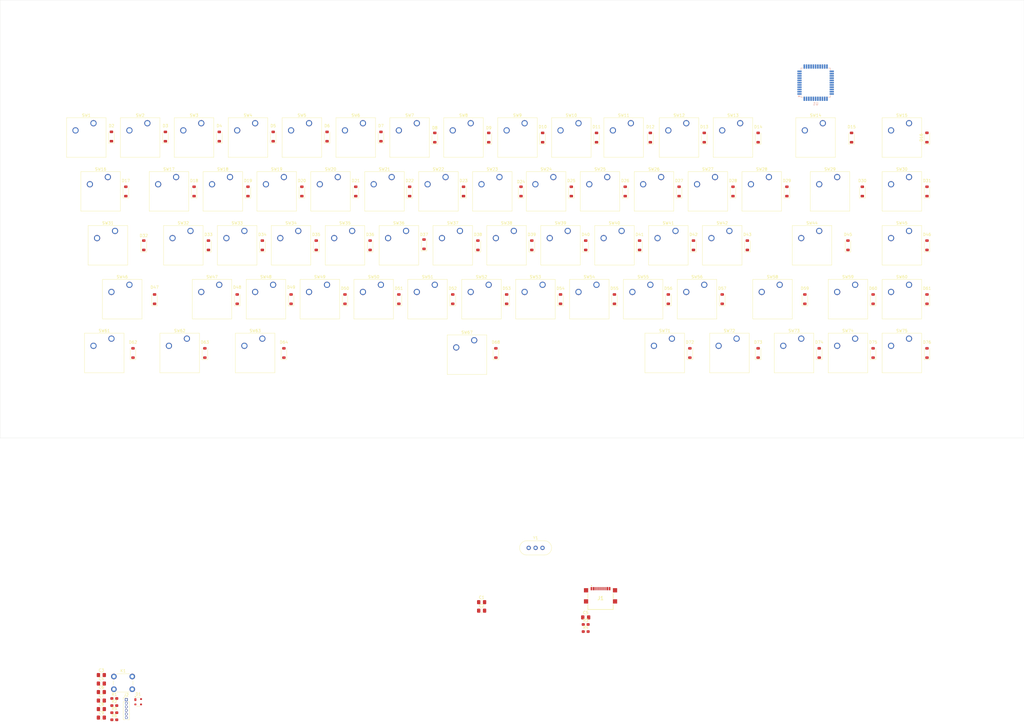
<source format=kicad_pcb>
(kicad_pcb (version 20240108) (generator "pcbnew") (generator_version "8.0")
  (layers (0 "F.Cu" signal) (31 "B.Cu" signal) (34 "B.Paste" user) (35 "F.Paste" user) (36 "B.SilkS" user "B.Silkscreen") (37 "F.SilkS" user "F.Silkscreen") (38 "B.Mask" user) (39 "F.Mask" user) (44 "Edge.Cuts" user))
  (net 0 "")
  (net 1 "GND")
  (net 2 "XTAL1")
  (net 3 "XTAL2")
  (net 4 "VBUS")
  (net 5 "ROW0")
  (net 6 "Net-(D2-A)")
  (net 7 "Net-(D3-A)")
  (net 9 "Net-(D4-A)")
  (net 11 "Net-(D5-A)")
  (net 12 "Net-(D6-A)")
  (net 13 "Net-(D7-A)")
  (net 14 "Net-(J1-CC2)")
  (net 15 "Net-(D8-A)")
  (net 16 "Net-(D9-A)")
  (net 17 "D-")
  (net 19 "Net-(D10-A)")
  (net 20 "Net-(D11-A)")
  (net 21 "Net-(J1-CC1)")
  (net 22 "Net-(D12-A)")
  (net 23 "Net-(D13-A)")
  (net 24 "Net-(D14-A)")
  (net 25 "Net-(D15-A)")
  (net 26 "Net-(D16-A)")
  (net 27 "ROW1")
  (net 28 "Net-(D17-A)")
  (net 29 "Net-(U1-UCAP)")
  (net 30 "Net-(D18-A)")
  (net 31 "Net-(D19-A)")
  (net 32 "Net-(D20-A)")
  (net 33 "Net-(D21-A)")
  (net 35 "Net-(D22-A)")
  (net 36 "Net-(D23-A)")
  (net 37 "Net-(D24-A)")
  (net 38 "Net-(D25-A)")
  (net 39 "Net-(D26-A)")
  (net 40 "D+")
  (net 42 "+5V")
  (net 43 "Net-(D27-A)")
  (net 44 "Net-(D28-A)")
  (net 45 "Net-(D29-A)")
  (net 46 "Net-(D30-A)")
  (net 47 "Net-(D31-A)")
  (net 48 "ROW2")
  (net 49 "Net-(D32-A)")
  (net 50 "Net-(D33-A)")
  (net 51 "Net-(D34-A)")
  (net 52 "Net-(D35-A)")
  (net 53 "Net-(D36-A)")
  (net 54 "Net-(D37-A)")
  (net 55 "Net-(D38-A)")
  (net 56 "Net-(D39-A)")
  (net 57 "Net-(D40-A)")
  (net 58 "Net-(D41-A)")
  (net 59 "Net-(D42-A)")
  (net 60 "Net-(D43-A)")
  (net 61 "Net-(D45-A)")
  (net 62 "Net-(D46-A)")
  (net 63 "ROW3")
  (net 64 "Net-(D47-A)")
  (net 65 "Net-(D48-A)")
  (net 66 "Net-(D49-A)")
  (net 67 "Net-(D50-A)")
  (net 68 "Net-(D51-A)")
  (net 69 "Net-(D52-A)")
  (net 70 "Net-(D53-A)")
  (net 71 "Net-(D54-A)")
  (net 72 "Net-(D55-A)")
  (net 73 "Net-(D56-A)")
  (net 74 "Net-(D57-A)")
  (net 75 "Net-(D59-A)")
  (net 76 "Net-(D60-A)")
  (net 77 "Net-(D61-A)")
  (net 78 "Net-(D62-A)")
  (net 79 "ROW4")
  (net 80 "Net-(D63-A)")
  (net 81 "Net-(D64-A)")
  (net 82 "Net-(D68-A)")
  (net 83 "Net-(D72-A)")
  (net 84 "Net-(D73-A)")
  (net 85 "Net-(D74-A)")
  (net 86 "Net-(D75-A)")
  (net 87 "Net-(D76-A)")
  (net 88 "MOSI")
  (net 89 "SCK")
  (net 90 "~{RST}")
  (net 91 "MISO")
  (net 94 "Net-(U1-D-)")
  (net 95 "Net-(U1-D+)")
  (net 96 "Net-(U1-~{HWB}{slash}PE2)")
  (net 97 "COL0")
  (net 98 "COL1")
  (net 99 "COL2")
  (net 100 "COL3")
  (net 101 "COL4")
  (net 102 "COL5")
  (net 103 "COL6")
  (net 104 "COL7")
  (net 105 "COL8")
  (net 106 "COL9")
  (net 107 "COL10")
  (net 108 "COL11")
  (net 109 "COL12")
  (net 110 "COL13")
  (net 111 "COL14")
  (footprint "Diode_SMD:D_SOD-123" (layer "F.Cu") (at 517.88 31.19 90)
    (property "Reference" "D54" (at 3.81 0 0) (layer "F.SilkS"))
    (property "Value" "D")
    (pad "1" smd roundrect (at -1.65 0 90) (size 0.9 1.2) (layers "F.Cu" "F.Paste" "F.Mask") (net 63 "ROW3"))
    (pad "2" smd roundrect (at 1.65 0 90) (size 0.9 1.2) (layers "F.Cu" "F.Paste" "F.Mask") (net 71 "Net-(D54-A)"))
  )
  (footprint "Diode_SMD:D_SOD-123" (layer "F.Cu") (at 597.89 -6.91 90)
    (property "Reference" "D29" (at 3.81 0 0) (layer "F.SilkS"))
    (property "Value" "D")
    (pad "1" smd roundrect (at -1.65 0 90) (size 0.9 1.2) (layers "F.Cu" "F.Paste" "F.Mask") (net 27 "ROW1"))
    (pad "2" smd roundrect (at 1.65 0 90) (size 0.9 1.2) (layers "F.Cu" "F.Paste" "F.Mask") (net 45 "Net-(D29-A)"))
  )
  (footprint "Button_Switch_Keyboard:SW_Cherry_MX_1.75u_PCB" (layer "F.Cu") (at 595.35 26.11)
    (property "Reference" "SW58" (at -2.54 -2.794 0) (layer "F.SilkS"))
    (property "Value" "RSHIFT")
    (pad "" np_thru_hole circle (at -7.62 5.08) (size 1.7 1.7) (drill 1.7) (layers "*.Cu" "*.Mask"))
    (pad "" np_thru_hole circle (at -2.54 5.08) (size 4 4) (drill 4) (layers "*.Cu" "*.Mask"))
    (pad "" np_thru_hole circle (at 2.54 5.08) (size 1.7 1.7) (drill 1.7) (layers "*.Cu" "*.Mask"))
    (pad "1" thru_hole circle (at 0 0) (size 2.2 2.2) (drill 1.5) (layers "*.Cu" "*.Mask") (net 75 "Net-(D59-A)"))
    (pad "2" thru_hole circle (at -6.35 2.54) (size 2.2 2.2) (drill 1.5) (layers "*.Cu" "*.Mask") (net 109 "COL12"))
  )
  (footprint "Diode_SMD:D_SOD-123" (layer "F.Cu") (at 435.3525 -26.3175 90)
    (property "Reference" "D6" (at 3.81 0 0) (layer "F.SilkS"))
    (property "Value" "D")
    (pad "1" smd roundrect (at -1.65 0 90) (size 0.9 1.2) (layers "F.Cu" "F.Paste" "F.Mask") (net 5 "ROW0"))
    (pad "2" smd roundrect (at 1.65 0 90) (size 0.9 1.2) (layers "F.Cu" "F.Paste" "F.Mask") (net 12 "Net-(D6-A)"))
  )
  (footprint "Diode_SMD:D_SOD-123" (layer "F.Cu") (at 511.5525 -25.96 90)
    (property "Reference" "D10" (at 3.81 0 0) (layer "F.SilkS"))
    (property "Value" "D")
    (pad "1" smd roundrect (at -1.65 0 90) (size 0.9 1.2) (layers "F.Cu" "F.Paste" "F.Mask") (net 5 "ROW0"))
    (pad "2" smd roundrect (at 1.65 0 90) (size 0.9 1.2) (layers "F.Cu" "F.Paste" "F.Mask") (net 19 "Net-(D10-A)"))
  )
  (footprint "Diode_SMD:D_SOD-123" (layer "F.Cu") (at 403.58 31.19 90)
    (property "Reference" "D48" (at 4.19 0 0) (layer "F.SilkS"))
    (property "Value" "D")
    (pad "1" smd roundrect (at -1.65 0 90) (size 0.9 1.2) (layers "F.Cu" "F.Paste" "F.Mask") (net 63 "ROW3"))
    (pad "2" smd roundrect (at 1.65 0 90) (size 0.9 1.2) (layers "F.Cu" "F.Paste" "F.Mask") (net 65 "Net-(D48-A)"))
  )
  (footprint "Diode_SMD:D_SOD-123" (layer "F.Cu") (at 416.3025 -26.3175 90)
    (property "Reference" "D5" (at 3.81 0 0) (layer "F.SilkS"))
    (property "Value" "D")
    (pad "1" smd roundrect (at -1.65 0 90) (size 0.9 1.2) (layers "F.Cu" "F.Paste" "F.Mask") (net 5 "ROW0"))
    (pad "2" smd roundrect (at 1.65 0 90) (size 0.9 1.2) (layers "F.Cu" "F.Paste" "F.Mask") (net 11 "Net-(D5-A)"))
  )
  (footprint "Diode_SMD:D_SOD-123" (layer "F.Cu") (at 563.6 50.24 90)
    (property "Reference" "D72" (at 3.81 0 0) (layer "F.SilkS"))
    (property "Value" "D")
    (pad "1" smd roundrect (at -1.65 0 90) (size 0.9 1.2) (layers "F.Cu" "F.Paste" "F.Mask") (net 79 "ROW4"))
    (pad "2" smd roundrect (at 1.65 0 90) (size 0.9 1.2) (layers "F.Cu" "F.Paste" "F.Mask") (net 83 "Net-(D72-A)"))
  )
  (footprint "Button_Switch_Keyboard:SW_Cherry_MX_1.00u_PCB" (layer "F.Cu") (at 463.27 7.06)
    (property "Reference" "SW36" (at -2.54 -2.794 0) (layer "F.SilkS"))
    (property "Value" "G")
    (pad "" np_thru_hole circle (at -7.62 5.08) (size 1.7 1.7) (drill 1.7) (layers "*.Cu" "*.Mask"))
    (pad "" np_thru_hole circle (at -2.54 5.08) (size 4 4) (drill 4) (layers "*.Cu" "*.Mask"))
    (pad "" np_thru_hole circle (at 2.54 5.08) (size 1.7 1.7) (drill 1.7) (layers "*.Cu" "*.Mask"))
    (pad "1" thru_hole circle (at 0 0) (size 2.2 2.2) (drill 1.5) (layers "*.Cu" "*.Mask") (net 54 "Net-(D37-A)"))
    (pad "2" thru_hole circle (at -6.35 2.54) (size 2.2 2.2) (drill 1.5) (layers "*.Cu" "*.Mask") (net 102 "COL5"))
  )
  (footprint "Button_Switch_Keyboard:SW_Cherry_MX_1.00u_PCB" (layer "F.Cu") (at 641.07 -31.04)
    (property "Reference" "SW15" (at -2.54 -2.794 0) (layer "F.SilkS"))
    (property "Value" "PG-UP")
    (pad "" np_thru_hole circle (at -7.62 5.08) (size 1.7 1.7) (drill 1.7) (layers "*.Cu" "*.Mask"))
    (pad "" np_thru_hole circle (at -2.54 5.08) (size 4 4) (drill 4) (layers "*.Cu" "*.Mask"))
    (pad "" np_thru_hole circle (at 2.54 5.08) (size 1.7 1.7) (drill 1.7) (layers "*.Cu" "*.Mask"))
    (pad "1" thru_hole circle (at 0 0) (size 2.2 2.2) (drill 1.5) (layers "*.Cu" "*.Mask") (net 26 "Net-(D16-A)"))
    (pad "2" thru_hole circle (at -6.35 2.54) (size 2.2 2.2) (drill 1.5) (layers "*.Cu" "*.Mask") (net 111 "COL14"))
  )
  (footprint "Diode_SMD:D_SOD-123" (layer "F.Cu") (at 526.77 12.14 90)
    (property "Reference" "D40" (at 3.81 0 0) (layer "F.SilkS"))
    (property "Value" "D")
    (pad "1" smd roundrect (at -1.65 0 90) (size 0.9 1.2) (layers "F.Cu" "F.Paste" "F.Mask") (net 48 "ROW2"))
    (pad "2" smd roundrect (at 1.65 0 90) (size 0.9 1.2) (layers "F.Cu" "F.Paste" "F.Mask") (net 57 "Net-(D40-A)"))
  )
  (footprint "Button_Switch_Keyboard:SW_Cherry_MX_1.00u_PCB" (layer "F.Cu") (at 534.39 -11.99)
    (property "Reference" "SW25" (at -2.54 -2.794 0) (layer "F.SilkS"))
    (property "Value" "O")
    (pad "" np_thru_hole circle (at -7.62 5.08) (size 1.7 1.7) (drill 1.7) (layers "*.Cu" "*.Mask"))
    (pad "" np_thru_hole circle (at -2.54 5.08) (size 4 4) (drill 4) (layers "*.Cu" "*.Mask"))
    (pad "" np_thru_hole circle (at 2.54 5.08) (size 1.7 1.7) (drill 1.7) (layers "*.Cu" "*.Mask"))
    (pad "1" thru_hole circle (at 0 0) (size 2.2 2.2) (drill 1.5) (layers "*.Cu" "*.Mask") (net 39 "Net-(D26-A)"))
    (pad "2" thru_hole circle (at -6.35 2.54) (size 2.2 2.2) (drill 1.5) (layers "*.Cu" "*.Mask") (net 106 "COL9"))
  )
  (footprint "Button_Switch_Keyboard:SW_Cherry_MX_1.00u_PCB" (layer "F.Cu") (at 492.48 26.11)
    (property "Reference" "SW52" (at -2.54 -2.794 0) (layer "F.SilkS"))
    (property "Value" "N")
    (pad "" np_thru_hole circle (at -7.62 5.08) (size 1.7 1.7) (drill 1.7) (layers "*.Cu" "*.Mask"))
    (pad "" np_thru_hole circle (at -2.54 5.08) (size 4 4) (drill 4) (layers "*.Cu" "*.Mask"))
    (pad "" np_thru_hole circle (at 2.54 5.08) (size 1.7 1.7) (drill 1.7) (layers "*.Cu" "*.Mask"))
    (pad "1" thru_hole circle (at 0 0) (size 2.2 2.2) (drill 1.5) (layers "*.Cu" "*.Mask") (net 70 "Net-(D53-A)"))
    (pad "2" thru_hole circle (at -6.35 2.54) (size 2.2 2.2) (drill 1.5) (layers "*.Cu" "*.Mask") (net 103 "COL6"))
  )
  (footprint "Button_Switch_Keyboard:SW_Cherry_MX_1.00u_PCB" (layer "F.Cu") (at 524.23 -31.04)
    (property "Reference" "SW10" (at -2.54 -2.794 0) (layer "F.SilkS"))
    (property "Value" "#9")
    (pad "" np_thru_hole circle (at -7.62 5.08) (size 1.7 1.7) (drill 1.7) (layers "*.Cu" "*.Mask"))
    (pad "" np_thru_hole circle (at -2.54 5.08) (size 4 4) (drill 4) (layers "*.Cu" "*.Mask"))
    (pad "" np_thru_hole circle (at 2.54 5.08) (size 1.7 1.7) (drill 1.7) (layers "*.Cu" "*.Mask"))
    (pad "1" thru_hole circle (at 0 0) (size 2.2 2.2) (drill 1.5) (layers "*.Cu" "*.Mask") (net 20 "Net-(D11-A)"))
    (pad "2" thru_hole circle (at -6.35 2.54) (size 2.2 2.2) (drill 1.5) (layers "*.Cu" "*.Mask") (net 106 "COL9"))
  )
  (footprint "Button_Switch_Keyboard:SW_Cherry_MX_1.00u_PCB" (layer "F.Cu") (at 539.47 7.06)
    (property "Reference" "SW40" (at -2.54 -2.794 0) (layer "F.SilkS"))
    (property "Value" "L")
    (pad "" np_thru_hole circle (at -7.62 5.08) (size 1.7 1.7) (drill 1.7) (layers "*.Cu" "*.Mask"))
    (pad "" np_thru_hole circle (at -2.54 5.08) (size 4 4) (drill 4) (layers "*.Cu" "*.Mask"))
    (pad "" np_thru_hole circle (at 2.54 5.08) (size 1.7 1.7) (drill 1.7) (layers "*.Cu" "*.Mask"))
    (pad "1" thru_hole circle (at 0 0) (size 2.2 2.2) (drill 1.5) (layers "*.Cu" "*.Mask") (net 58 "Net-(D41-A)"))
    (pad "2" thru_hole circle (at -6.35 2.54) (size 2.2 2.2) (drill 1.5) (layers "*.Cu" "*.Mask") (net 106 "COL9"))
  )
  (footprint "Button_Switch_Keyboard:SW_Cherry_MX_1.00u_PCB" (layer "F.Cu") (at 496.29 -11.99)
    (property "Reference" "SW23" (at -2.54 -2.794 0) (layer "F.SilkS"))
    (property "Value" "U")
    (pad "" np_thru_hole circle (at -7.62 5.08) (size 1.7 1.7) (drill 1.7) (layers "*.Cu" "*.Mask"))
    (pad "" np_thru_hole circle (at -2.54 5.08) (size 4 4) (drill 4) (layers "*.Cu" "*.Mask"))
    (pad "" np_thru_hole circle (at 2.54 5.08) (size 1.7 1.7) (drill 1.7) (layers "*.Cu" "*.Mask"))
    (pad "1" thru_hole circle (at 0 0) (size 2.2 2.2) (drill 1.5) (layers "*.Cu" "*.Mask") (net 37 "Net-(D24-A)"))
    (pad "2" thru_hole circle (at -6.35 2.54) (size 2.2 2.2) (drill 1.5) (layers "*.Cu" "*.Mask") (net 104 "COL7"))
  )
  (footprint "Diode_SMD:D_SOD-123" (layer "F.Cu") (at 374.37 31.19 90)
    (property "Reference" "D47" (at 4.19 0 0) (layer "F.SilkS"))
    (property "Value" "D")
    (pad "1" smd roundrect (at -1.65 0 90) (size 0.9 1.2) (layers "F.Cu" "F.Paste" "F.Mask") (net 63 "ROW3"))
    (pad "2" smd roundrect (at 1.65 0 90) (size 0.9 1.2) (layers "F.Cu" "F.Paste" "F.Mask") (net 64 "Net-(D47-A)"))
  )
  (footprint "Button_Switch_Keyboard:SW_Cherry_MX_1.00u_PCB" (layer "F.Cu") (at 428.98 -31.04)
    (property "Reference" "SW5" (at -2.54 -2.794 0) (layer "F.SilkS"))
    (property "Value" "#4")
    (pad "" np_thru_hole circle (at -7.62 5.08) (size 1.7 1.7) (drill 1.7) (layers "*.Cu" "*.Mask"))
    (pad "" np_thru_hole circle (at -2.54 5.08) (size 4 4) (drill 4) (layers "*.Cu" "*.Mask"))
    (pad "" np_thru_hole circle (at 2.54 5.08) (size 1.7 1.7) (drill 1.7) (layers "*.Cu" "*.Mask"))
    (pad "1" thru_hole circle (at 0 0) (size 2.2 2.2) (drill 1.5) (layers "*.Cu" "*.Mask") (net 12 "Net-(D6-A)"))
    (pad "2" thru_hole circle (at -6.35 2.54) (size 2.2 2.2) (drill 1.5) (layers "*.Cu" "*.Mask") (net 101 "COL4"))
  )
  (footprint "Button_Switch_Keyboard:SW_Cherry_MX_1.00u_PCB" (layer "F.Cu") (at 622.02 26.11)
    (property "Reference" "SW59" (at -2.54 -2.794 0) (layer "F.SilkS"))
    (property "Value" "UP")
    (pad "" np_thru_hole circle (at -7.62 5.08) (size 1.7 1.7) (drill 1.7) (layers "*.Cu" "*.Mask"))
    (pad "" np_thru_hole circle (at -2.54 5.08) (size 4 4) (drill 4) (layers "*.Cu" "*.Mask"))
    (pad "" np_thru_hole circle (at 2.54 5.08) (size 1.7 1.7) (drill 1.7) (layers "*.Cu" "*.Mask"))
    (pad "1" thru_hole circle (at 0 0) (size 2.2 2.2) (drill 1.5) (layers "*.Cu" "*.Mask") (net 76 "Net-(D60-A)"))
    (pad "2" thru_hole circle (at -6.35 2.54) (size 2.2 2.2) (drill 1.5) (layers "*.Cu" "*.Mask") (net 110 "COL13"))
  )
  (footprint "Button_Switch_Keyboard:SW_Cherry_MX_1.00u_PCB" (layer "F.Cu") (at 501.37 7.06)
    (property "Reference" "SW38" (at -2.54 -2.794 0) (layer "F.SilkS"))
    (property "Value" "J")
    (pad "" np_thru_hole circle (at -7.62 5.08) (size 1.7 1.7) (drill 1.7) (layers "*.Cu" "*.Mask"))
    (pad "" np_thru_hole circle (at -2.54 5.08) (size 4 4) (drill 4) (layers "*.Cu" "*.Mask"))
    (pad "" np_thru_hole circle (at 2.54 5.08) (size 1.7 1.7) (drill 1.7) (layers "*.Cu" "*.Mask"))
    (pad "1" thru_hole circle (at 0 0) (size 2.2 2.2) (drill 1.5) (layers "*.Cu" "*.Mask") (net 56 "Net-(D39-A)"))
    (pad "2" thru_hole circle (at -6.35 2.54) (size 2.2 2.2) (drill 1.5) (layers "*.Cu" "*.Mask") (net 104 "COL7"))
  )
  (footprint "Diode_SMD:D_SOD-123" (layer "F.Cu") (at 568.68 -25.96 90)
    (property "Reference" "D13" (at 3.81 0 0) (layer "F.SilkS"))
    (property "Value" "D")
    (pad "1" smd roundrect (at -1.65 0 90) (size 0.9 1.2) (layers "F.Cu" "F.Paste" "F.Mask") (net 5 "ROW0"))
    (pad "2" smd roundrect (at 1.65 0 90) (size 0.9 1.2) (layers "F.Cu" "F.Paste" "F.Mask") (net 23 "Net-(D13-A)"))
  )
  (footprint "Diode_SMD:D_SOD-123" (layer "F.Cu") (at 604.24 31.19 90)
    (property "Reference" "D59" (at 3.81 0 0) (layer "F.SilkS"))
    (property "Value" "D")
    (pad "1" smd roundrect (at -1.65 0 90) (size 0.9 1.2) (layers "F.Cu" "F.Paste" "F.Mask") (net 63 "ROW3"))
    (pad "2" smd roundrect (at 1.65 0 90) (size 0.9 1.2) (layers "F.Cu" "F.Paste" "F.Mask") (net 75 "Net-(D59-A)"))
  )
  (footprint "Diode_SMD:D_SOD-123" (layer "F.Cu") (at 460.73 31.19 90)
    (property "Reference" "D51" (at 3.81 0 0) (layer "F.SilkS"))
    (property "Value" "D")
    (pad "1" smd roundrect (at -1.65 0 90) (size 0.9 1.2) (layers "F.Cu" "F.Paste" "F.Mask") (net 63 "ROW3"))
    (pad "2" smd roundrect (at 1.65 0 90) (size 0.9 1.2) (layers "F.Cu" "F.Paste" "F.Mask") (net 68 "Net-(D51-A)"))
  )
  (footprint "Diode_SMD:D_SOD-123" (layer "F.Cu") (at 393.42 12.14 90)
    (property "Reference" "D33" (at 3.81 0 0) (layer "F.SilkS"))
    (property "Value" "D")
    (pad "1" smd roundrect (at -1.65 0 90) (size 0.9 1.2) (layers "F.Cu" "F.Paste" "F.Mask") (net 48 "ROW2"))
    (pad "2" smd roundrect (at 1.65 0 90) (size 0.9 1.2) (layers "F.Cu" "F.Paste" "F.Mask") (net 50 "Net-(D33-A)"))
  )
  (footprint "Diode_SMD:D_SOD-123" (layer "F.Cu") (at 359.13 -26.34 90)
    (property "Reference" "D2" (at 3.7875 0.0225 0) (layer "F.SilkS"))
    (property "Value" "D")
    (pad "1" smd roundrect (at -1.65 0 90) (size 0.9 1.2) (layers "F.Cu" "F.Paste" "F.Mask") (net 5 "ROW0"))
    (pad "2" smd roundrect (at 1.65 0 90) (size 0.9 1.2) (layers "F.Cu" "F.Paste" "F.Mask") (net 6 "Net-(D2-A)"))
  )
  (footprint "Button_Switch_Keyboard:SW_Cherry_MX_6.25u_PCB" (layer "F.Cu") (at 487.36 45.74)
    (property "Reference" "SW67" (at -2.54 -2.794 0) (layer "F.SilkS"))
    (property "Value" "SPACE")
    (pad "" np_thru_hole circle (at -52.54 -1.92) (size 3.05 3.05) (drill 3.05) (layers "*.Cu" "*.Mask"))
    (pad "" np_thru_hole circle (at -52.54 13.32) (size 4 4) (drill 4) (layers "*.Cu" "*.Mask"))
    (pad "" np_thru_hole circle (at -7.62 5.08) (size 1.7 1.7) (drill 1.7) (layers "*.Cu" "*.Mask"))
    (pad "" np_thru_hole circle (at -2.54 5.08) (size 4 4) (drill 4) (layers "*.Cu" "*.Mask"))
    (pad "" np_thru_hole circle (at 2.54 5.08) (size 1.7 1.7) (drill 1.7) (layers "*.Cu" "*.Mask"))
    (pad "" np_thru_hole circle (at 47.46 -1.92) (size 3.05 3.05) (drill 3.05) (layers "*.Cu" "*.Mask"))
    (pad "" np_thru_hole circle (at 47.46 13.32) (size 4 4) (drill 4) (layers "*.Cu" "*.Mask"))
    (pad "1" thru_hole circle (at 0 0) (size 2.2 2.2) (drill 1.5) (layers "*.Cu" "*.Mask") (net 82 "Net-(D68-A)"))
    (pad "2" thru_hole circle (at -6.35 2.54) (size 2.2 2.2) (drill 1.5) (layers "*.Cu" "*.Mask") (net 103 "COL6"))
  )
  (footprint "Diode_SMD:D_SOD-123" (layer "F.Cu") (at 549.63 -25.96 90)
    (property "Reference" "D12" (at 3.81 0 180) (layer "F.SilkS"))
    (property "Value" "D")
    (pad "1" smd roundrect (at -1.65 0 90) (size 0.9 1.2) (layers "F.Cu" "F.Paste" "F.Mask") (net 5 "ROW0"))
    (pad "2" smd roundrect (at 1.65 0 90) (size 0.9 1.2) (layers "F.Cu" "F.Paste" "F.Mask") (net 22 "Net-(D12-A)"))
  )
  (footprint "Diode_SMD:D_SOD-123" (layer "F.Cu") (at 575.03 31.19 90)
    (property "Reference" "D57" (at 3.81 0 0) (layer "F.SilkS"))
    (property "Value" "D")
    (pad "1" smd roundrect (at -1.65 0 90) (size 0.9 1.2) (layers "F.Cu" "F.Paste" "F.Mask") (net 63 "ROW3"))
    (pad "2" smd roundrect (at 1.65 0 90) (size 0.9 1.2) (layers "F.Cu" "F.Paste" "F.Mask") (net 74 "Net-(D57-A)"))
  )
  (footprint "Capacitor_SMD:C_0603_1608Metric_Pad1.08x0.95mm_HandSolder" (layer "F.Cu") (at 360.14 174.97)
    (property "Reference" "R2" (at 0 -1.43 0) (layer "F.SilkS"))
    (property "Value" "22Ω")
    (pad "1" smd roundrect (at -0.8625 0) (size 1.075 0.95) (layers "F.Cu" "F.Paste" "F.Mask") (net 40 "D+"))
    (pad "2" smd roundrect (at 0.8625 0) (size 1.075 0.95) (layers "F.Cu" "F.Paste" "F.Mask") (net 95 "Net-(U1-D+)"))
  )
  (footprint "Diode_SMD:D_SOD-123" (layer "F.Cu") (at 521.69 -6.91 90)
    (property "Reference" "D25" (at 3.81 0 0) (layer "F.SilkS"))
    (property "Value" "D")
    (pad "1" smd roundrect (at -1.65 0 90) (size 0.9 1.2) (layers "F.Cu" "F.Paste" "F.Mask") (net 27 "ROW1"))
    (pad "2" smd roundrect (at 1.65 0 90) (size 0.9 1.2) (layers "F.Cu" "F.Paste" "F.Mask") (net 38 "Net-(D25-A)"))
  )
  (footprint "Diode_SMD:D_SOD-123" (layer "F.Cu") (at 422.63 31.19 90)
    (property "Reference" "D49" (at 4.19 0 0) (layer "F.SilkS"))
    (property "Value" "D")
    (pad "1" smd roundrect (at -1.65 0 90) (size 0.9 1.2) (layers "F.Cu" "F.Paste" "F.Mask") (net 63 "ROW3"))
    (pad "2" smd roundrect (at 1.65 0 90) (size 0.9 1.2) (layers "F.Cu" "F.Paste" "F.Mask") (net 66 "Net-(D49-A)"))
  )
  (footprint "Button_Switch_Keyboard:SW_Cherry_MX_1.00u_PCB" (layer "F.Cu") (at 622.02 45.16)
    (property "Reference" "SW74" (at -2.54 -2.794 0) (layer "F.SilkS"))
    (property "Value" "DOWN")
    (pad "" np_thru_hole circle (at -7.62 5.08) (size 1.7 1.7) (drill 1.7) (layers "*.Cu" "*.Mask"))
    (pad "" np_thru_hole circle (at -2.54 5.08) (size 4 4) (drill 4) (layers "*.Cu" "*.Mask"))
    (pad "" np_thru_hole circle (at 2.54 5.08) (size 1.7 1.7) (drill 1.7) (layers "*.Cu" "*.Mask"))
    (pad "1" thru_hole circle (at 0 0) (size 2.2 2.2) (drill 1.5) (layers "*.Cu" "*.Mask") (net 86 "Net-(D75-A)"))
    (pad "2" thru_hole circle (at -6.35 2.54) (size 2.2 2.2) (drill 1.5) (layers "*.Cu" "*.Mask") (net 110 "COL13"))
  )
  (footprint "KiCad:GSB1C41110SSHR" (layer "F.Cu") (at 532.02 136.995)
    (property "Reference" "J1" (at 0 0 0) (layer "F.SilkS") (effects (font (size 1.27 1.27) (thickness 0.254))))
    (property "Value" "USB-C" (hide yes))
    (pad "" np_thru_hole circle (at -2.89 -2.315) (size 0.65 0.65) (drill 0.65) (layers "*.Cu" "*.Mask"))
    (pad "" np_thru_hole circle (at 2.89 -2.315) (size 0.65 0.65) (drill 0.65) (layers "*.Cu" "*.Mask"))
    (pad "A1" smd rect (at -3.2 -3.39) (size 0.6 1.15) (layers "F.Cu" "F.Paste" "F.Mask") (net 1 "GND"))
    (pad "A4" smd rect (at -2.4 -3.39) (size 0.6 1.15) (layers "F.Cu" "F.Paste" "F.Mask") (net 4 "VBUS"))
    (pad "A5" smd rect (at -1.25 -3.39) (size 0.3 1.15) (layers "F.Cu" "F.Paste" "F.Mask") (net 21 "Net-(J1-CC1)"))
    (pad "A6" smd rect (at -0.25 -3.39) (size 0.3 1.15) (layers "F.Cu" "F.Paste" "F.Mask") (net 40 "D+"))
    (pad "A7" smd rect (at 0.25 -3.39) (size 0.3 1.15) (layers "F.Cu" "F.Paste" "F.Mask") (net 17 "D-"))
    (pad "A8" smd rect (at 1.25 -3.39) (size 0.3 1.15) (layers "F.Cu" "F.Paste" "F.Mask"))
    (pad "A9" smd rect (at 2.4 -3.39) (size 0.6 1.15) (layers "F.Cu" "F.Paste" "F.Mask") (net 4 "VBUS"))
    (pad "A12" smd rect (at 3.2 -3.39) (size 0.6 1.15) (layers "F.Cu" "F.Paste" "F.Mask") (net 1 "GND"))
    (pad "B5" smd rect (at 1.75 -3.39) (size 0.3 1.15) (layers "F.Cu" "F.Paste" "F.Mask") (net 14 "Net-(J1-CC2)"))
    (pad "B6" smd rect (at 0.75 -3.39) (size 0.3 1.15) (layers "F.Cu" "F.Paste" "F.Mask") (net 40 "D+"))
    (pad "B7" smd rect (at -0.75 -3.39) (size 0.3 1.15) (layers "F.Cu" "F.Paste" "F.Mask") (net 17 "D-"))
    (pad "B8" smd rect (at -1.75 -3.39) (size 0.3 1.15) (layers "F.Cu" "F.Paste" "F.Mask"))
    (pad "MP1" smd rect (at -5.12 -2.815 90) (size 1.5 1.5) (layers "F.Cu" "F.Paste" "F.Mask"))
    (pad "MP2" smd rect (at 5.12 -2.815 90) (size 1.5 1.5) (layers "F.Cu" "F.Paste" "F.Mask"))
    (pad "MP3" smd rect (at -5.12 1.115 90) (size 1.5 1.5) (layers "F.Cu" "F.Paste" "F.Mask"))
    (pad "MP4" smd rect (at 5.12 1.115 90) (size 1.5 1.5) (layers "F.Cu" "F.Paste" "F.Mask"))
  )
  (footprint "Diode_SMD:D_SOD-123" (layer "F.Cu") (at 647.42 31.19 90)
    (property "Reference" "D61" (at 3.81 0 0) (layer "F.SilkS"))
    (property "Value" "D")
    (pad "1" smd roundrect (at -1.65 0 90) (size 0.9 1.2) (layers "F.Cu" "F.Paste" "F.Mask") (net 63 "ROW3"))
    (pad "2" smd roundrect (at 1.65 0 90) (size 0.9 1.2) (layers "F.Cu" "F.Paste" "F.Mask") (net 77 "Net-(D61-A)"))
  )
  (footprint "Diode_SMD:D_SOD-123" (layer "F.Cu") (at 628.37 31.19 90)
    (property "Reference" "D60" (at 3.81 0 0) (layer "F.SilkS"))
    (property "Value" "D")
    (pad "1" smd roundrect (at -1.65 0 90) (size 0.9 1.2) (layers "F.Cu" "F.Paste" "F.Mask") (net 63 "ROW3"))
    (pad "2" smd roundrect (at 1.65 0 90) (size 0.9 1.2) (layers "F.Cu" "F.Paste" "F.Mask") (net 76 "Net-(D60-A)"))
  )
  (footprint "Button_Switch_Keyboard:SW_Cherry_MX_1.00u_PCB" (layer "F.Cu") (at 558.52 7.06)
    (property "Reference" "SW41" (at -2.54 -2.794 0) (layer "F.SilkS"))
    (property "Value" ";:")
    (pad "" np_thru_hole circle (at -7.62 5.08) (size 1.7 1.7) (drill 1.7) (layers "*.Cu" "*.Mask"))
    (pad "" np_thru_hole circle (at -2.54 5.08) (size 4 4) (drill 4) (layers "*.Cu" "*.Mask"))
    (pad "" np_thru_hole circle (at 2.54 5.08) (size 1.7 1.7) (drill 1.7) (layers "*.Cu" "*.Mask"))
    (pad "1" thru_hole circle (at 0 0) (size 2.2 2.2) (drill 1.5) (layers "*.Cu" "*.Mask") (net 59 "Net-(D42-A)"))
    (pad "2" thru_hole circle (at -6.35 2.54) (size 2.2 2.2) (drill 1.5) (layers "*.Cu" "*.Mask") (net 107 "COL10"))
  )
  (footprint "Button_Switch_THT:SW_PUSH_6mm" (layer "F.Cu") (at 359.99 164.68)
    (property "Reference" "K1" (at 3.25 -2 0) (layer "F.SilkS"))
    (property "Value" "SW_MEC_5E")
    (pad "1" thru_hole circle (at 0 0 90) (size 2 2) (drill 1.1) (layers "*.Cu" "*.Mask"))
    (pad "1" thru_hole circle (at 6.5 0 90) (size 2 2) (drill 1.1) (layers "*.Cu" "*.Mask"))
    (pad "2" thru_hole circle (at 0 4.5 90) (size 2 2) (drill 1.1) (layers "*.Cu" "*.Mask") (net 1 "GND"))
    (pad "2" thru_hole circle (at 6.5 4.5 90) (size 2 2) (drill 1.1) (layers "*.Cu" "*.Mask") (net 1 "GND"))
  )
  (footprint "Capacitor_SMD:C_0805_2012Metric_Pad1.18x1.45mm_HandSolder" (layer "F.Cu") (at 355.56 179.21)
    (property "Reference" "C9" (at 0 -1.68 0) (layer "F.SilkS"))
    (property "Value" "10μF")
    (pad "1" smd roundrect (at -1.0375 0) (size 1.175 1.45) (layers "F.Cu" "F.Paste" "F.Mask") (roundrect_rratio 0.212766) (net 42 "+5V"))
    (pad "2" smd roundrect (at 1.0375 0) (size 1.175 1.45) (layers "F.Cu" "F.Paste" "F.Mask") (roundrect_rratio 0.212766) (net 1 "GND"))
  )
  (footprint "Button_Switch_Keyboard:SW_Cherry_MX_1.00u_PCB" (layer "F.Cu") (at 602.97 45.16)
    (property "Reference" "SW73" (at -2.54 -2.794 0) (layer "F.SilkS"))
    (property "Value" "LEFT")
    (pad "" np_thru_hole circle (at -7.62 5.08) (size 1.7 1.7) (drill 1.7) (layers "*.Cu" "*.Mask"))
    (pad "" np_thru_hole circle (at -2.54 5.08) (size 4 4) (drill 4) (layers "*.Cu" "*.Mask"))
    (pad "" np_thru_hole circle (at 2.54 5.08) (size 1.7 1.7) (drill 1.7) (layers "*.Cu" "*.Mask"))
    (pad "1" thru_hole circle (at 0 0) (size 2.2 2.2) (drill 1.5) (layers "*.Cu" "*.Mask") (net 85 "Net-(D74-A)"))
    (pad "2" thru_hole circle (at -6.35 2.54) (size 2.2 2.2) (drill 1.5) (layers "*.Cu" "*.Mask") (net 109 "COL12"))
  )
  (footprint "Button_Switch_Keyboard:SW_Cherry_MX_1.50u_PCB" (layer "F.Cu") (at 412.47 45.16)
    (property "Reference" "SW63" (at -2.54 -2.794 0) (layer "F.SilkS"))
    (property "Value" "LCOM")
    (pad "" np_thru_hole circle (at -7.62 5.08) (size 1.7 1.7) (drill 1.7) (layers "*.Cu" "*.Mask"))
    (pad "" np_thru_hole circle (at -2.54 5.08) (size 4 4) (drill 4) (layers "*.Cu" "*.Mask"))
    (pad "" np_thru_hole circle (at 2.54 5.08) (size 1.7 1.7) (drill 1.7) (layers "*.Cu" "*.Mask"))
    (pad "1" thru_hole circle (at 0 0) (size 2.2 2.2) (drill 1.5) (layers "*.Cu" "*.Mask") (net 81 "Net-(D64-A)"))
    (pad "2" thru_hole circle (at -6.35 2.54) (size 2.2 2.2) (drill 1.5) (layers "*.Cu" "*.Mask") (net 99 "COL2"))
  )
  (footprint "Diode_SMD:D_SOD-123" (layer "F.Cu") (at 536.93 31.19 90)
    (property "Reference" "D55" (at 3.81 0 0) (layer "F.SilkS"))
    (property "Value" "D")
    (pad "1" smd roundrect (at -1.65 0 90) (size 0.9 1.2) (layers "F.Cu" "F.Paste" "F.Mask") (net 63 "ROW3"))
    (pad "2" smd roundrect (at 1.65 0 90) (size 0.9 1.2) (layers "F.Cu" "F.Paste" "F.Mask") (net 72 "Net-(D55-A)"))
  )
  (footprint "Capacitor_SMD:C_0603_1608Metric_Pad1.08x0.95mm_HandSolder" (layer "F.Cu") (at 360.14 172.46)
    (property "Reference" "R1" (at 0 -1.43 0) (layer "F.SilkS"))
    (property "Value" "22Ω")
    (pad "1" smd roundrect (at -0.8625 0) (size 1.075 0.95) (layers "F.Cu" "F.Paste" "F.Mask") (net 17 "D-"))
    (pad "2" smd roundrect (at 0.8625 0) (size 1.075 0.95) (layers "F.Cu" "F.Paste" "F.Mask") (net 94 "Net-(U1-D-)"))
  )
  (footprint "Capacitor_SMD:C_0603_1608Metric_Pad1.08x0.95mm_HandSolder" (layer "F.Cu") (at 360.14 177.48)
    (property "Reference" "R5" (at 0 -1.43 0) (layer "F.SilkS"))
    (property "Value" "10kΩ")
    (pad "1" smd roundrect (at -0.8625 0) (size 1.075 0.95) (layers "F.Cu" "F.Paste" "F.Mask") (net 96 "Net-(U1-~{HWB}{slash}PE2)"))
    (pad "2" smd roundrect (at 0.8625 0) (size 1.075 0.95) (layers "F.Cu" "F.Paste" "F.Mask") (net 1 "GND"))
  )
  (footprint "Button_Switch_Keyboard:SW_Cherry_MX_1.00u_PCB" (layer "F.Cu") (at 520.42 7.06)
    (property "Reference" "SW39" (at -2.54 -2.794 0) (layer "F.SilkS"))
    (property "Value" "K")
    (pad "" np_thru_hole circle (at -7.62 5.08) (size 1.7 1.7) (drill 1.7) (layers "*.Cu" "*.Mask"))
    (pad "" np_thru_hole circle (at -2.54 5.08) (size 4 4) (drill 4) (layers "*.Cu" "*.Mask"))
    (pad "" np_thru_hole circle (at 2.54 5.08) (size 1.7 1.7) (drill 1.7) (layers "*.Cu" "*.Mask"))
    (pad "1" thru_hole circle (at 0 0) (size 2.2 2.2) (drill 1.5) (layers "*.Cu" "*.Mask") (net 57 "Net-(D40-A)"))
    (pad "2" thru_hole circle (at -6.35 2.54) (size 2.2 2.2) (drill 1.5) (layers "*.Cu" "*.Mask") (net 105 "COL8"))
  )
  (footprint "Button_Switch_Keyboard:SW_Cherry_MX_1.00u_PCB" (layer "F.Cu") (at 477.24 -11.99)
    (property "Reference" "SW22" (at -2.54 -2.794 0) (layer "F.SilkS"))
    (property "Value" "Y")
    (pad "" np_thru_hole circle (at -7.62 5.08) (size 1.7 1.7) (drill 1.7) (layers "*.Cu" "*.Mask"))
    (pad "" np_thru_hole circle (at -2.54 5.08) (size 4 4) (drill 4) (layers "*.Cu" "*.Mask"))
    (pad "" np_thru_hole circle (at 2.54 5.08) (size 1.7 1.7) (drill 1.7) (layers "*.Cu" "*.Mask"))
    (pad "1" thru_hole circle (at 0 0) (size 2.2 2.2) (drill 1.5) (layers "*.Cu" "*.Mask") (net 36 "Net-(D23-A)"))
    (pad "2" thru_hole circle (at -6.35 2.54) (size 2.2 2.2) (drill 1.5) (layers "*.Cu" "*.Mask") (net 103 "COL6"))
  )
  (footprint "Capacitor_SMD:C_0805_2012Metric_Pad1.18x1.45mm_HandSolder" (layer "F.Cu") (at 355.56 167.17)
    (property "Reference" "C4" (at 0 -1.68 0) (layer "F.SilkS"))
    (property "Value" "0.1μF")
    (pad "1" smd roundrect (at -1.0375 0) (size 1.175 1.45) (layers "F.Cu" "F.Paste" "F.Mask") (roundrect_rratio 0.212766) (net 42 "+5V"))
    (pad "2" smd roundrect (at 1.0375 0) (size 1.175 1.45) (layers "F.Cu" "F.Paste" "F.Mask") (roundrect_rratio 0.212766) (net 1 "GND"))
  )
  (footprint "Button_Switch_Keyboard:SW_Cherry_MX_1.00u_PCB" (layer "F.Cu") (at 371.83 -31.04)
    (property "Reference" "SW2" (at -2.54 -2.794 0) (layer "F.SilkS"))
    (property "Value" "#1")
    (pad "" np_thru_hole circle (at -7.62 5.08) (size 1.7 1.7) (drill 1.7) (layers "*.Cu" "*.Mask"))
    (pad "" np_thru_hole circle (at -2.54 5.08) (size 4 4) (drill 4) (layers "*.Cu" "*.Mask"))
    (pad "" np_thru_hole circle (at 2.54 5.08) (size 1.7 1.7) (drill 1.7) (layers "*.Cu" "*.Mask"))
    (pad "1" thru_hole circle (at 0 0) (size 2.2 2.2) (drill 1.5) (layers "*.Cu" "*.Mask") (net 7 "Net-(D3-A)"))
    (pad "2" thru_hole circle (at -6.35 2.54) (size 2.2 2.2) (drill 1.5) (layers "*.Cu" "*.Mask") (net 98 "COL1"))
  )
  (footprint "Capacitor_SMD:C_0805_2012Metric_Pad1.18x1.45mm_HandSolder" (layer "F.Cu") (at 355.56 176.2)
    (property "Reference" "C8" (at 0 -1.68 0) (layer "F.SilkS"))
    (property "Value" "0.1μF")
    (pad "1" smd roundrect (at -1.0375 0) (size 1.175 1.45) (layers "F.Cu" "F.Paste" "F.Mask") (roundrect_rratio 0.212766) (net 42 "+5V"))
    (pad "2" smd roundrect (at 1.0375 0) (size 1.175 1.45) (layers "F.Cu" "F.Paste" "F.Mask") (roundrect_rratio 0.212766) (net 1 "GND"))
  )
  (footprint "Button_Switch_Keyboard:SW_Cherry_MX_1.25u_PCB" (layer "F.Cu") (at 580.11 45.16)
    (property "Reference" "SW72" (at -2.54 -2.794 0) (layer "F.SilkS"))
    (property "Value" "RALT")
    (pad "" np_thru_hole circle (at -7.62 5.08) (size 1.7 1.7) (drill 1.7) (layers "*.Cu" "*.Mask"))
    (pad "" np_thru_hole circle (at -2.54 5.08) (size 4 4) (drill 4) (layers "*.Cu" "*.Mask"))
    (pad "" np_thru_hole circle (at 2.54 5.08) (size 1.7 1.7) (drill 1.7) (layers "*.Cu" "*.Mask"))
    (pad "1" thru_hole circle (at 0 0) (size 2.2 2.2) (drill 1.5) (layers "*.Cu" "*.Mask") (net 84 "Net-(D73-A)"))
    (pad "2" thru_hole circle (at -6.35 2.54) (size 2.2 2.2) (drill 1.5) (layers "*.Cu" "*.Mask") (net 108 "COL11"))
  )
  (footprint "Diode_SMD:D_SOD-123" (layer "F.Cu") (at 469.62 11.76 90)
    (property "Reference" "D37" (at 3.43 0 0) (layer "F.SilkS"))
    (property "Value" "D")
    (pad "1" smd roundrect (at -1.65 0 90) (size 0.9 1.2) (layers "F.Cu" "F.Paste" "F.Mask") (net 48 "ROW2"))
    (pad "2" smd roundrect (at 1.65 0 90) (size 0.9 1.2) (layers "F.Cu" "F.Paste" "F.Mask") (net 54 "Net-(D37-A)"))
  )
  (footprint "Button_Switch_Keyboard:SW_Cherry_MX_1.00u_PCB" (layer "F.Cu") (at 641.07 -11.99)
    (property "Reference" "SW30" (at -2.54 -2.794 0) (layer "F.SilkS"))
    (property "Value" "PG-DN")
    (pad "" np_thru_hole circle (at -7.62 5.08) (size 1.7 1.7) (drill 1.7) (layers "*.Cu" "*.Mask"))
    (pad "" np_thru_hole circle (at -2.54 5.08) (size 4 4) (drill 4) (layers "*.Cu" "*.Mask"))
    (pad "" np_thru_hole circle (at 2.54 5.08) (size 1.7 1.7) (drill 1.7) (layers "*.Cu" "*.Mask"))
    (pad "1" thru_hole circle (at 0 0) (size 2.2 2.2) (drill 1.5) (layers "*.Cu" "*.Mask") (net 47 "Net-(D31-A)"))
    (pad "2" thru_hole circle (at -6.35 2.54) (size 2.2 2.2) (drill 1.5) (layers "*.Cu" "*.Mask") (net 111 "COL14"))
  )
  (footprint "Button_Switch_Keyboard:SW_Cherry_MX_1.75u_PCB" (layer "F.Cu") (at 360.4 7.06)
    (property "Reference" "SW31" (at -2.54 -2.794 0) (layer "F.SilkS"))
    (property "Value" "CAPSLOCK")
    (pad "" np_thru_hole circle (at -7.62 5.08) (size 1.7 1.7) (drill 1.7) (layers "*.Cu" "*.Mask"))
    (pad "" np_thru_hole circle (at -2.54 5.08) (size 4 4) (drill 4) (layers "*.Cu" "*.Mask"))
    (pad "" np_thru_hole circle (at 2.54 5.08) (size 1.7 1.7) (drill 1.7) (layers "*.Cu" "*.Mask"))
    (pad "1" thru_hole circle (at 0 0) (size 2.2 2.2) (drill 1.5) (layers "*.Cu" "*.Mask") (net 49 "Net-(D32-A)"))
    (pad "2" thru_hole circle (at -6.35 2.54) (size 2.2 2.2) (drill 1.5) (layers "*.Cu" "*.Mask") (net 97 "COL0"))
  )
  (footprint "Button_Switch_Keyboard:SW_Cherry_MX_1.00u_PCB" (layer "F.Cu") (at 515.34 -11.99)
    (property "Reference" "SW24" (at -2.54 -2.794 0) (layer "F.SilkS"))
    (property "Value" "I")
    (pad "" np_thru_hole circle (at -7.62 5.08) (size 1.7 1.7) (drill 1.7) (layers "*.Cu" "*.Mask"))
    (pad "" np_thru_hole circle (at -2.54 5.08) (size 4 4) (drill 4) (layers "*.Cu" "*.Mask"))
    (pad "" np_thru_hole circle (at 2.54 5.08) (size 1.7 1.7) (drill 1.7) (layers "*.Cu" "*.Mask"))
    (pad "1" thru_hole circle (at 0 0) (size 2.2 2.2) (drill 1.5) (layers "*.Cu" "*.Mask") (net 38 "Net-(D25-A)"))
    (pad "2" thru_hole circle (at -6.35 2.54) (size 2.2 2.2) (drill 1.5) (layers "*.Cu" "*.Mask") (net 105 "COL8"))
  )
  (footprint "Diode_SMD:D_SOD-123" (layer "F.Cu") (at 441.68 31.19 90)
    (property "Reference" "D50" (at 3.81 0 0) (layer "F.SilkS"))
    (property "Value" "D")
    (pad "1" smd roundrect (at -1.65 0 90) (size 0.9 1.2) (layers "F.Cu" "F.Paste" "F.Mask") (net 63 "ROW3"))
    (pad "2" smd roundrect (at 1.65 0 90) (size 0.9 1.2) (layers "F.Cu" "F.Paste" "F.Mask") (net 67 "Net-(D50-A)"))
  )
  (footprint "Diode_SMD:D_SOD-123" (layer "F.Cu") (at 587.73 50.24 90)
    (property "Reference" "D73" (at 3.81 0 0) (layer "F.SilkS"))
    (property "Value" "D")
    (pad "1" smd roundrect (at -1.65 0 90) (size 0.9 1.2) (layers "F.Cu" "F.Paste" "F.Mask") (net 79 "ROW4"))
    (pad "2" smd roundrect (at 1.65 0 90) (size 0.9 1.2) (layers "F.Cu" "F.Paste" "F.Mask") (net 84 "Net-(D73-A)"))
  )
  (footprint "Diode_SMD:D_SOD-123" (layer "F.Cu") (at 431.52 12.14 90)
    (property "Reference" "D35" (at 3.81 0 0) (layer "F.SilkS"))
    (property "Value" "D")
    (pad "1" smd roundrect (at -1.65 0 90) (size 0.9 1.2) (layers "F.Cu" "F.Paste" "F.Mask") (net 48 "ROW2"))
    (pad "2" smd roundrect (at 1.65 0 90) (size 0.9 1.2) (layers "F.Cu" "F.Paste" "F.Mask") (net 52 "Net-(D35-A)"))
  )
  (footprint "Button_Switch_Keyboard:SW_Cherry_MX_1.00u_PCB" (layer "F.Cu") (at 572.49 -11.99)
    (property "Reference" "SW27" (at -2.54 -2.794 0) (layer "F.SilkS"))
    (property "Value" "[{")
    (pad "" np_thru_hole circle (at -7.62 5.08) (size 1.7 1.7) (drill 1.7) (layers "*.Cu" "*.Mask"))
    (pad "" np_thru_hole circle (at -2.54 5.08) (size 4 4) (drill 4) (layers "*.Cu" "*.Mask"))
    (pad "" np_thru_hole circle (at 2.54 5.08) (size 1.7 1.7) (drill 1.7) (layers "*.Cu" "*.Mask"))
    (pad "1" thru_hole circle (at 0 0) (size 2.2 2.2) (drill 1.5) (layers "*.Cu" "*.Mask") (net 44 "Net-(D28-A)"))
    (pad "2" thru_hole circle (at -6.35 2.54) (size 2.2 2.2) (drill 1.5) (layers "*.Cu" "*.Mask") (net 108 "COL11"))
  )
  (footprint "Capacitor_SMD:C_0603_1608Metric_Pad1.08x0.95mm_HandSolder" (layer "F.Cu") (at 526.775 146.275)
    (property "Reference" "R3" (at 0 -1.43 0) (layer "F.SilkS"))
    (property "Value" "5K1")
    (pad "1" smd roundrect (at -0.8625 0) (size 1.075 0.95) (layers "F.Cu" "F.Paste" "F.Mask") (net 21 "Net-(J1-CC1)"))
    (pad "2" smd roundrect (at 0.8625 0) (size 1.075 0.95) (layers "F.Cu" "F.Paste" "F.Mask") (net 1 "GND"))
  )
  (footprint "Diode_SMD:D_SOD-123" (layer "F.Cu") (at 609.32 50.24 90)
    (property "Reference" "D74" (at 3.81 0 0) (layer "F.SilkS"))
    (property "Value" "D")
    (pad "1" smd roundrect (at -1.65 0 90) (size 0.9 1.2) (layers "F.Cu" "F.Paste" "F.Mask") (net 79 "ROW4"))
    (pad "2" smd roundrect (at 1.65 0 90) (size 0.9 1.2) (layers "F.Cu" "F.Paste" "F.Mask") (net 85 "Net-(D74-A)"))
  )
  (footprint "Diode_SMD:D_SOD-123" (layer "F.Cu") (at 503.91 -6.91 90)
    (property "Reference" "D24" (at 3.43 0 0) (layer "F.SilkS"))
    (property "Value" "D")
    (pad "1" smd roundrect (at -1.65 0 90) (size 0.9 1.2) (layers "F.Cu" "F.Paste" "F.Mask") (net 27 "ROW1"))
    (pad "2" smd roundrect (at 1.65 0 90) (size 0.9 1.2) (layers "F.Cu" "F.Paste" "F.Mask") (net 37 "Net-(D24-A)"))
  )
  (footprint "Diode_SMD:D_SOD-123" (layer "F.Cu") (at 578.84 -6.91 90)
    (property "Reference" "D28" (at 3.81 0 0) (layer "F.SilkS"))
    (property "Value" "D")
    (pad "1" smd roundrect (at -1.65 0 90) (size 0.9 1.2) (layers "F.Cu" "F.Paste" "F.Mask") (net 27 "ROW1"))
    (pad "2" smd roundrect (at 1.65 0 90) (size 0.9 1.2) (layers "F.Cu" "F.Paste" "F.Mask") (net 44 "Net-(D28-A)"))
  )
  (footprint "Button_Switch_Keyboard:SW_Cherry_MX_1.00u_PCB" (layer "F.Cu") (at 406.12 7.06)
    (property "Reference" "SW33" (at -2.54 -2.794 0) (layer "F.SilkS"))
    (property "Value" "S")
    (pad "" np_thru_hole circle (at -7.62 5.08) (size 1.7 1.7) (drill 1.7) (layers "*.Cu" "*.Mask"))
    (pad "" np_thru_hole circle (at -2.54 5.08) (size 4 4) (drill 4) (layers "*.Cu" "*.Mask"))
    (pad "" np_thru_hole circle (at 2.54 5.08) (size 1.7 1.7) (drill 1.7) (layers "*.Cu" "*.Mask"))
    (pad "1" thru_hole circle (at 0 0) (size 2.2 2.2) (drill 1.5) (layers "*.Cu" "*.Mask") (net 51 "Net-(D34-A)"))
    (pad "2" thru_hole circle (at -6.35 2.54) (size 2.2 2.2) (drill 1.5) (layers "*.Cu" "*.Mask") (net 99 "COL2"))
  )
  (footprint "Button_Switch_Keyboard:SW_Cherry_MX_1.00u_PCB" (layer "F.Cu") (at 420.09 -11.99)
    (property "Reference" "SW19" (at -2.54 -2.794 0) (layer "F.SilkS"))
    (property "Value" "E")
    (pad "" np_thru_hole circle (at -7.62 5.08) (size 1.7 1.7) (drill 1.7) (layers "*.Cu" "*.Mask"))
    (pad "" np_thru_hole circle (at -2.54 5.08) (size 4 4) (drill 4) (layers "*.Cu" "*.Mask"))
    (pad "" np_thru_hole circle (at 2.54 5.08) (size 1.7 1.7) (drill 1.7) (layers "*.Cu" "*.Mask"))
    (pad "1" thru_hole circle (at 0 0) (size 2.2 2.2) (drill 1.5) (layers "*.Cu" "*.Mask") (net 32 "Net-(D20-A)"))
    (pad "2" thru_hole circle (at -6.35 2.54) (size 2.2 2.2) (drill 1.5) (layers "*.Cu" "*.Mask") (net 100 "COL3"))
  )
  (footprint "Button_Switch_Keyboard:SW_Cherry_MX_1.00u_PCB" (layer "F.Cu") (at 486.13 -31.04)
    (property "Reference" "SW8" (at -2.54 -2.794 0) (layer "F.SilkS"))
    (property "Value" "#7")
    (pad "" np_thru_hole circle (at -7.62 5.08) (size 1.7 1.7) (drill 1.7) (layers "*.Cu" "*.Mask"))
    (pad "" np_thru_hole circle (at -2.54 5.08) (size 4 4) (drill 4) (layers "*.Cu" "*.Mask"))
    (pad "" np_thru_hole circle (at 2.54 5.08) (size 1.7 1.7) (drill 1.7) (layers "*.Cu" "*.Mask"))
    (pad "1" thru_hole circle (at 0 0) (size 2.2 2.2) (drill 1.5) (layers "*.Cu" "*.Mask") (net 16 "Net-(D9-A)"))
    (pad "2" thru_hole circle (at -6.35 2.54) (size 2.2 2.2) (drill 1.5) (layers "*.Cu" "*.Mask") (net 104 "COL7"))
  )
  (footprint "Button_Switch_Keyboard:SW_Cherry_MX_1.50u_PCB" (layer "F.Cu") (at 357.86 -11.99)
    (property "Reference" "SW16" (at -2.54 -2.794 0) (layer "F.SilkS"))
    (property "Value" "TAB")
    (pad "" np_thru_hole circle (at -7.62 5.08) (size 1.7 1.7) (drill 1.7) (layers "*.Cu" "*.Mask"))
    (pad "" np_thru_hole circle (at -2.54 5.08) (size 4 4) (drill 4) (layers "*.Cu" "*.Mask"))
    (pad "" np_thru_hole circle (at 2.54 5.08) (size 1.7 1.7) (drill 1.7) (layers "*.Cu" "*.Mask"))
    (pad "1" thru_hole circle (at 0 0) (size 2.2 2.2) (drill 1.5) (layers "*.Cu" "*.Mask") (net 28 "Net-(D17-A)"))
    (pad "2" thru_hole circle (at -6.35 2.54) (size 2.2 2.2) (drill 1.5) (layers "*.Cu" "*.Mask") (net 97 "COL0"))
  )
  (footprint "Diode_SMD:D_SOD-123" (layer "F.Cu") (at 559.79 -6.91 90)
    (property "Reference" "D27" (at 3.81 0 0) (layer "F.SilkS"))
    (property "Value" "D")
    (pad "1" smd roundrect (at -1.65 0 90) (size 0.9 1.2) (layers "F.Cu" "F.Paste" "F.Mask") (net 27 "ROW1"))
    (pad "2" smd roundrect (at 1.65 0 90) (size 0.9 1.2) (layers "F.Cu" "F.Paste" "F.Mask") (net 43 "Net-(D27-A)"))
  )
  (footprint "Button_Switch_Keyboard:SW_Cherry_MX_1.00u_PCB" (layer "F.Cu") (at 542.74 -31.04)
    (property "Reference" "SW11" (at -2.54 -2.794 0) (layer "F.SilkS"))
    (property "Value" "#0")
    (pad "" np_thru_hole circle (at -7.62 5.08) (size 1.7 1.7) (drill 1.7) (layers "*.Cu" "*.Mask"))
    (pad "" np_thru_hole circle (at -2.54 5.08) (size 4 4) (drill 4) (layers "*.Cu" "*.Mask"))
    (pad "" np_thru_hole circle (at 2.54 5.08) (size 1.7 1.7) (drill 1.7) (layers "*.Cu" "*.Mask"))
    (pad "1" thru_hole circle (at 0 0) (size 2.2 2.2) (drill 1.5) (layers "*.Cu" "*.Mask") (net 22 "Net-(D12-A)"))
    (pad "2" thru_hole circle (at -6.35 2.54) (size 2.2 2.2) (drill 1.5) (layers "*.Cu" "*.Mask") (net 107 "COL10"))
  )
  (footprint "Diode_SMD:D_SOD-123" (layer "F.Cu") (at 450.57 12.14 90)
    (property "Reference" "D36" (at 3.81 0 0) (layer "F.SilkS"))
    (property "Value" "D")
    (pad "1" smd roundrect (at -1.65 0 90) (size 0.9 1.2) (layers "F.Cu" "F.Paste" "F.Mask") (net 48 "ROW2"))
    (pad "2" smd roundrect (at 1.65 0 90) (size 0.9 1.2) (layers "F.Cu" "F.Paste" "F.Mask") (net 53 "Net-(D36-A)"))
  )
  (footprint "Diode_SMD:D_SOD-123" (layer "F.Cu") (at 392.15 50.24 90)
    (property "Reference" "D63" (at 3.81 0 0) (layer "F.SilkS"))
    (property "Value" "D")
    (pad "1" smd roundrect (at -1.65 0 90) (size 0.9 1.2) (layers "F.Cu" "F.Paste" "F.Mask") (net 79 "ROW4"))
    (pad "2" smd roundrect (at 1.65 0 90) (size 0.9 1.2) (layers "F.Cu" "F.Paste" "F.Mask") (net 80 "Net-(D63-A)"))
  )
  (footprint "Button_Switch_Keyboard:SW_Cherry_MX_1.00u_PCB" (layer "F.Cu") (at 641.07 26.11)
    (property "Reference" "SW60" (at -2.54 -2.794 0) (layer "F.SilkS"))
    (property "Value" "DEL")
    (pad "" np_thru_hole circle (at -7.62 5.08) (size 1.7 1.7) (drill 1.7) (layers "*.Cu" "*.Mask"))
    (pad "" np_thru_hole circle (at -2.54 5.08) (size 4 4) (drill 4) (layers "*.Cu" "*.Mask"))
    (pad "" np_thru_hole circle (at 2.54 5.08) (size 1.7 1.7) (drill 1.7) (layers "*.Cu" "*.Mask"))
    (pad "1" thru_hole circle (at 0 0) (size 2.2 2.2) (drill 1.5) (layers "*.Cu" "*.Mask") (net 77 "Net-(D61-A)"))
    (pad "2" thru_hole circle (at -6.35 2.54) (size 2.2 2.2) (drill 1.5) (layers "*.Cu" "*.Mask") (net 111 "COL14"))
  )
  (footprint "Diode_SMD:D_SOD-123" (layer "F.Cu") (at 426.44 -6.91 90)
    (property "Reference" "D20" (at 3.81 0 0) (layer "F.SilkS"))
    (property "Value" "D")
    (pad "1" smd roundrect (at -1.65 0 90) (size 0.9 1.2) (layers "F.Cu" "F.Paste" "F.Mask") (net 27 "ROW1"))
    (pad "2" smd roundrect (at 1.65 0 90) (size 0.9 1.2) (layers "F.Cu" "F.Paste" "F.Mask") (net 32 "Net-(D20-A)"))
  )
  (footprint "Diode_SMD:D_SOD-123" (layer "F.Cu") (at 624.56 -6.91 90)
    (property "Reference" "D30" (at 3.81 0 0) (layer "F.SilkS"))
    (property "Value" "D")
    (pad "1" smd roundrect (at -1.65 0 90) (size 0.9 1.2) (layers "F.Cu" "F.Paste" "F.Mask") (net 27 "ROW1"))
    (pad "2" smd roundrect (at 1.65 0 90) (size 0.9 1.2) (layers "F.Cu" "F.Paste" "F.Mask") (net 46 "Net-(D30-A)"))
  )
  (footprint "Capacitor_SMD:C_0805_2012Metric_Pad1.18x1.45mm_HandSolder" (layer "F.Cu") (at 355.56 173.19)
    (property "Reference" "C7" (at 0 -1.68 0) (layer "F.SilkS"))
    (property "Value" "0.1μF")
    (pad "1" smd roundrect (at -1.0375 0) (size 1.175 1.45) (layers "F.Cu" "F.Paste" "F.Mask") (roundrect_rratio 0.212766) (net 42 "+5V"))
    (pad "2" smd roundrect (at 1.0375 0) (size 1.175 1.45) (layers "F.Cu" "F.Paste" "F.Mask") (roundrect_rratio 0.212766) (net 1 "GND"))
  )
  (footprint "Button_Switch_Keyboard:SW_Cherry_MX_1.00u_PCB" (layer "F.Cu") (at 458.19 -11.99)
    (property "Reference" "SW21" (at -2.54 -2.794 0) (layer "F.SilkS"))
    (property "Value" "T")
    (pad "" np_thru_hole circle (at -7.62 5.08) (size 1.7 1.7) (drill 1.7) (layers "*.Cu" "*.Mask"))
    (pad "" np_thru_hole circle (at -2.54 5.08) (size 4 4) (drill 4) (layers "*.Cu" "*.Mask"))
    (pad "" np_thru_hole circle (at 2.54 5.08) (size 1.7 1.7) (drill 1.7) (layers "*.Cu" "*.Mask"))
    (pad "1" thru_hole circle (at 0 0) (size 2.2 2.2) (drill 1.5) (layers "*.Cu" "*.Mask") (net 35 "Net-(D22-A)"))
    (pad "2" thru_hole circle (at -6.35 2.54) (size 2.2 2.2) (drill 1.5) (layers "*.Cu" "*.Mask") (net 102 "COL5"))
  )
  (footprint "Button_Switch_Keyboard:SW_Cherry_MX_1.00u_PCB" (layer "F.Cu") (at 553.44 -11.99)
    (property "Reference" "SW26" (at -2.54 -2.794 0) (layer "F.SilkS"))
    (property "Value" "P")
    (pad "" np_thru_hole circle (at -7.62 5.08) (size 1.7 1.7) (drill 1.7) (layers "*.Cu" "*.Mask"))
    (pad "" np_thru_hole circle (at -2.54 5.08) (size 4 4) (drill 4) (layers "*.Cu" "*.Mask"))
    (pad "" np_thru_hole circle (at 2.54 5.08) (size 1.7 1.7) (drill 1.7) (layers "*.Cu" "*.Mask"))
    (pad "1" thru_hole circle (at 0 0) (size 2.2 2.2) (drill 1.5) (layers "*.Cu" "*.Mask") (net 43 "Net-(D27-A)"))
    (pad "2" thru_hole circle (at -6.35 2.54) (size 2.2 2.2) (drill 1.5) (layers "*.Cu" "*.Mask") (net 107 "COL10"))
  )
  (footprint "Button_Switch_Keyboard:SW_Cherry_MX_1.00u_PCB" (layer "F.Cu") (at 397.23 26.11)
    (property "Reference" "SW47" (at -2.54 -2.794 0) (layer "F.SilkS"))
    (property "Value" "Z")
    (pad "" np_thru_hole circle (at -7.62 5.08) (size 1.7 1.7) (drill 1.7) (layers "*.Cu" "*.Mask"))
    (pad "" np_thru_hole circle (at -2.54 5.08) (size 4 4) (drill 4) (layers "*.Cu" "*.Mask"))
    (pad "" np_thru_hole circle (at 2.54 5.08) (size 1.7 1.7) (drill 1.7) (layers "*.Cu" "*.Mask"))
    (pad "1" thru_hole circle (at 0 0) (size 2.2 2.2) (drill 1.5) (layers "*.Cu" "*.Mask") (net 65 "Net-(D48-A)"))
    (pad "2" thru_hole circle (at -6.35 2.54) (size 2.2 2.2) (drill 1.5) (layers "*.Cu" "*.Mask") (net 98 "COL1"))
  )
  (footprint "Button_Switch_Keyboard:SW_Cherry_MX_1.00u_PCB" (layer "F.Cu") (at 352.78 -31.04)
    (property "Reference" "SW1" (at -2.54 -2.794 0) (layer "F.SilkS"))
    (property "Value" "GRV")
    (pad "" np_thru_hole circle (at -7.62 5.08) (size 1.7 1.7) (drill 1.7) (layers "*.Cu" "*.Mask"))
    (pad "" np_thru_hole circle (at -2.54 5.08) (size 4 4) (drill 4) (layers "*.Cu" "*.Mask"))
    (pad "" np_thru_hole circle (at 2.54 5.08) (size 1.7 1.7) (drill 1.7) (layers "*.Cu" "*.Mask"))
    (pad "1" thru_hole circle (at 0 0) (size 2.2 2.2) (drill 1.5) (layers "*.Cu" "*.Mask") (net 6 "Net-(D2-A)"))
    (pad "2" thru_hole circle (at -6.35 2.54) (size 2.2 2.2) (drill 1.5) (layers "*.Cu" "*.Mask") (net 97 "COL0"))
  )
  (footprint "Button_Switch_Keyboard:SW_Cherry_MX_1.00u_PCB" (layer "F.Cu") (at 409.93 -31.04)
    (property "Reference" "SW4" (at -2.54 -2.794 0) (layer "F.SilkS"))
    (property "Value" "#3")
    (pad "" np_thru_hole circle (at -7.62 5.08) (size 1.7 1.7) (drill 1.7) (layers "*.Cu" "*.Mask"))
    (pad "" np_thru_hole circle (at -2.54 5.08) (size 4 4) (drill 4) (layers "*.Cu" "*.Mask"))
    (pad "" np_thru_hole circle (at 2.54 5.08) (size 1.7 1.7) (drill 1.7) (layers "*.Cu" "*.Mask"))
    (pad "1" thru_hole circle (at 0 0) (size 2.2 2.2) (drill 1.5) (layers "*.Cu" "*.Mask") (net 11 "Net-(D5-A)"))
    (pad "2" thru_hole circle (at -6.35 2.54) (size 2.2 2.2) (drill 1.5) (layers "*.Cu" "*.Mask") (net 100 "COL3"))
  )
  (footprint "Diode_SMD:D_SOD-123" (layer "F.Cu") (at 454.4025 -26.3175 90)
    (property "Reference" "D7" (at 3.81 0 0) (layer "F.SilkS"))
    (property "Value" "D")
    (pad "1" smd roundrect (at -1.65 0 90) (size 0.9 1.2) (layers "F.Cu" "F.Paste" "F.Mask") (net 5 "ROW0"))
    (pad "2" smd roundrect (at 1.65 0 90) (size 0.9 1.2) (layers "F.Cu" "F.Paste" "F.Mask") (net 13 "Net-(D7-A)"))
  )
  (footprint "Connector_PinHeader_1.27mm:PinHeader_1x06_P1.27mm_Vertical" (layer "F.Cu") (at 364.39 172.88)
    (property "Reference" "J2" (at 0 -1.695 0) (layer "F.SilkS"))
    (property "Value" "AVR-ISP-6")
    (pad "1" thru_hole rect (at 0 0) (size 1 1) (drill 0.65) (layers "*.Cu" "*.Mask") (net 91 "MISO"))
    (pad "2" thru_hole oval (at 0 1.27) (size 1 1) (drill 0.65) (layers "*.Cu" "*.Mask") (net 42 "+5V"))
    (pad "3" thru_hole oval (at 0 2.54) (size 1 1) (drill 0.65) (layers "*.Cu" "*.Mask") (net 89 "SCK"))
    (pad "4" thru_hole oval (at 0 3.81) (size 1 1) (drill 0.65) (layers "*.Cu" "*.Mask") (net 88 "MOSI"))
    (pad "5" thru_hole oval (at 0 5.08) (size 1 1) (drill 0.65) (layers "*.Cu" "*.Mask") (net 90 "~{RST}"))
    (pad "6" thru_hole oval (at 0 6.35) (size 1 1) (drill 0.65) (layers "*.Cu" "*.Mask") (net 1 "GND"))
  )
  (footprint "Diode_SMD:D_SOD-123" (layer "F.Cu") (at 378.2025 -26.3175 90)
    (property "Reference" "D3" (at 3.81 0 0) (layer "F.SilkS"))
    (property "Value" "D")
    (pad "1" smd roundrect (at -1.65 0 90) (size 0.9 1.2) (layers "F.Cu" "F.Paste" "F.Mask") (net 5 "ROW0"))
    (pad "2" smd roundrect (at 1.65 0 90) (size 0.9 1.2) (layers "F.Cu" "F.Paste" "F.Mask") (net 7 "Net-(D3-A)"))
  )
  (footprint "Diode_SMD:D_SOD-123" (layer "F.Cu") (at 388.34 -6.91 90)
    (property "Reference" "D18" (at 3.81 0 0) (layer "F.SilkS"))
    (property "Value" "D")
    (pad "1" smd roundrect (at -1.65 0 90) (size 0.9 1.2) (layers "F.Cu" "F.Paste" "F.Mask") (net 27 "ROW1"))
    (pad "2" smd roundrect (at 1.65 0 90) (size 0.9 1.2) (layers "F.Cu" "F.Paste" "F.Mask") (net 30 "Net-(D18-A)"))
  )
  (footprint "Diode_SMD:D_SOD-123" (layer "F.Cu") (at 583.92 12.14 90)
    (property "Reference" "D43" (at 3.81 0 0) (layer "F.SilkS"))
    (property "Value" "D")
    (pad "1" smd roundrect (at -1.65 0 90) (size 0.9 1.2) (layers "F.Cu" "F.Paste" "F.Mask") (net 48 "ROW2"))
    (pad "2" smd roundrect (at 1.65 0 90) (size 0.9 1.2) (layers "F.Cu" "F.Paste" "F.Mask") (net 60 "Net-(D43-A)"))
  )
  (footprint "Button_Switch_Keyboard:SW_Cherry_MX_1.00u_PCB" (layer "F.Cu") (at 511.53 26.11)
    (property "Reference" "SW53" (at -2.54 -2.794 0) (layer "F.SilkS"))
    (property "Value" "M")
    (pad "" np_thru_hole circle (at -7.62 5.08) (size 1.7 1.7) (drill 1.7) (layers "*.Cu" "*.Mask"))
    (pad "" np_thru_hole circle (at -2.54 5.08) (size 4 4) (drill 4) (layers "*.Cu" "*.Mask"))
    (pad "" np_thru_hole circle (at 2.54 5.08) (size 1.7 1.7) (drill 1.7) (layers "*.Cu" "*.Mask"))
    (pad "1" thru_hole circle (at 0 0) (size 2.2 2.2) (drill 1.5) (layers "*.Cu" "*.Mask") (net 71 "Net-(D54-A)"))
    (pad "2" thru_hole circle (at -6.35 2.54) (size 2.2 2.2) (drill 1.5) (layers "*.Cu" "*.Mask") (net 104 "COL7"))
  )
  (footprint "Diode_SMD:D_SOD-123" (layer "F.Cu") (at 420.09 50.24 90)
    (property "Reference" "D64" (at 3.81 0 0) (layer "F.SilkS"))
    (property "Value" "D")
    (pad "1" smd roundrect (at -1.65 0 90) (size 0.9 1.2) (layers "F.Cu" "F.Paste" "F.Mask") (net 79 "ROW4"))
    (pad "2" smd roundrect (at 1.65 0 90) (size 0.9 1.2) (layers "F.Cu" "F.Paste" "F.Mask") (net 81 "Net-(D64-A)"))
  )
  (footprint "Diode_SMD:D_SOD-123" (layer "F.Cu") (at 530.6025 -25.96 90)
    (property "Reference" "D11" (at 3.81 0 0) (layer "F.SilkS"))
    (property "Value" "D")
    (pad "1" smd roundrect (at -1.65 0 90) (size 0.9 1.2) (layers "F.Cu" "F.Paste" "F.Mask") (net 5 "ROW0"))
    (pad "2" smd roundrect (at 1.65 0 90) (size 0.9 1.2) (layers "F.Cu" "F.Paste" "F.Mask") (net 20 "Net-(D11-A)"))
  )
  (footprint "Button_Switch_Keyboard:SW_Cherry_MX_1.00u_PCB" (layer "F.Cu") (at 387.07 7.06)
    (property "Reference" "SW32" (at -2.54 -2.794 0) (layer "F.SilkS"))
    (property "Value" "A")
    (pad "" np_thru_hole circle (at -7.62 5.08) (size 1.7 1.7) (drill 1.7) (layers "*.Cu" "*.Mask"))
    (pad "" np_thru_hole circle (at -2.54 5.08) (size 4 4) (drill 4) (layers "*.Cu" "*.Mask"))
    (pad "" np_thru_hole circle (at 2.54 5.08) (size 1.7 1.7) (drill 1.7) (layers "*.Cu" "*.Mask"))
    (pad "1" thru_hole circle (at 0 0) (size 2.2 2.2) (drill 1.5) (layers "*.Cu" "*.Mask") (net 50 "Net-(D33-A)"))
    (pad "2" thru_hole circle (at -6.35 2.54) (size 2.2 2.2) (drill 1.5) (layers "*.Cu" "*.Mask") (net 98 "COL1"))
  )
  (footprint "Diode_SMD:D_SOD-123" (layer "F.Cu") (at 488.67 12.14 90)
    (property "Reference" "D38" (at 3.81 0 0) (layer "F.SilkS"))
    (property "Value" "D")
    (pad "1" smd roundrect (at -1.65 0 90) (size 0.9 1.2) (layers "F.Cu" "F.Paste" "F.Mask") (net 48 "ROW2"))
    (pad "2" smd roundrect (at 1.65 0 90) (size 0.9 1.2) (layers "F.Cu" "F.Paste" "F.Mask") (net 55 "Net-(D38-A)"))
  )
  (footprint "Capacitor_SMD:C_0805_2012Metric_Pad1.18x1.45mm_HandSolder" (layer "F.Cu") (at 355.56 170.18)
    (property "Reference" "C6" (at 0 -1.68 0) (layer "F.SilkS"))
    (property "Value" "0.1μF")
    (pad "1" smd roundrect (at -1.0375 0) (size 1.175 1.45) (layers "F.Cu" "F.Paste" "F.Mask") (roundrect_rratio 0.212766) (net 42 "+5V"))
    (pad "2" smd roundrect (at 1.0375 0) (size 1.175 1.45) (layers "F.Cu" "F.Paste" "F.Mask") (roundrect_rratio 0.212766) (net 1 "GND"))
  )
  (footprint "Button_Switch_Keyboard:SW_Cherry_MX_1.00u_PCB" (layer "F.Cu") (at 641.07 7.06)
    (property "Reference" "SW45" (at -2.54 -2.794 0) (layer "F.SilkS"))
    (property "Value" "INS")
    (pad "" np_thru_hole circle (at -7.62 5.08) (size 1.7 1.7) (drill 1.7) (layers "*.Cu" "*.Mask"))
    (pad "" np_thru_hole circle (at -2.54 5.08) (size 4 4) (drill 4) (layers "*.Cu" "*.Mask"))
    (pad "" np_thru_hole circle (at 2.54 5.08) (size 1.7 1.7) (drill 1.7) (layers "*.Cu" "*.Mask"))
    (pad "1" thru_hole circle (at 0 0) (size 2.2 2.2) (drill 1.5) (layers "*.Cu" "*.Mask") (net 62 "Net-(D46-A)"))
    (pad "2" thru_hole circle (at -6.35 2.54) (size 2.2 2.2) (drill 1.5) (layers "*.Cu" "*.Mask") (net 111 "COL14"))
  )
  (footprint "Button_Switch_Keyboard:SW_Cherry_MX_1.00u_PCB" (layer "F.Cu") (at 473.43 26.11)
    (property "Reference" "SW51" (at -2.54 -2.794 0) (layer "F.SilkS"))
    (property "Value" "B")
    (pad "" np_thru_hole circle (at -7.62 5.08) (size 1.7 1.7) (drill 1.7) (layers "*.Cu" "*.Mask"))
    (pad "" np_thru_hole circle (at -2.54 5.08) (size 4 4) (drill 4) (layers "*.Cu" "*.Mask"))
    (pad "" np_thru_hole circle (at 2.54 5.08) (size 1.7 1.7) (drill 1.7) (layers "*.Cu" "*.Mask"))
    (pad "1" thru_hole circle (at 0 0) (size 2.2 2.2) (drill 1.5) (layers "*.Cu" "*.Mask") (net 69 "Net-(D52-A)"))
    (pad "2" thru_hole circle (at -6.35 2.54) (size 2.2 2.2) (drill 1.5) (layers "*.Cu" "*.Mask") (net 102 "COL5"))
  )
  (footprint "Button_Switch_Keyboard:SW_Cherry_MX_1.00u_PCB" (layer "F.Cu") (at 435.33 26.11)
    (property "Reference" "SW49" (at -2.54 -2.794 0) (layer "F.SilkS"))
    (property "Value" "C")
    (pad "" np_thru_hole circle (at -7.62 5.08) (size 1.7 1.7) (drill 1.7) (layers "*.Cu" "*.Mask"))
    (pad "" np_thru_hole circle (at -2.54 5.08) (size 4 4) (drill 4) (layers "*.Cu" "*.Mask"))
    (pad "" np_thru_hole circle (at 2.54 5.08) (size 1.7 1.7) (drill 1.7) (layers "*.Cu" "*.Mask"))
    (pad "1" thru_hole circle (at 0 0) (size 2.2 2.2) (drill 1.5) (layers "*.Cu" "*.Mask") (net 67 "Net-(D50-A)"))
    (pad "2" thru_hole circle (at -6.35 2.54) (size 2.2 2.2) (drill 1.5) (layers "*.Cu" "*.Mask") (net 100 "COL3"))
  )
  (footprint "Button_Switch_Keyboard:SW_Cherry_MX_1.00u_PCB" (layer "F.Cu") (at 641.07 45.16)
    (property "Reference" "SW75" (at -2.54 -2.794 0) (layer "F.SilkS"))
    (property "Value" "RIGHT")
    (pad "" np_thru_hole circle (at -7.62 5.08) (size 1.7 1.7) (drill 1.7) (layers "*.Cu" "*.Mask"))
    (pad "" np_thru_hole circle (at -2.54 5.08) (size 4 4) (drill 4) (layers "*.Cu" "*.Mask"))
    (pad "" np_thru_hole circle (at 2.54 5.08) (size 1.7 1.7) (drill 1.7) (layers "*.Cu" "*.Mask"))
    (pad "1" thru_hole circle (at 0 0) (size 2.2 2.2) (drill 1.5) (layers "*.Cu" "*.Mask") (net 87 "Net-(D76-A)"))
    (pad "2" thru_hole circle (at -6.35 2.54) (size 2.2 2.2) (drill 1.5) (layers "*.Cu" "*.Mask") (net 111 "COL14"))
  )
  (footprint "Button_Switch_Keyboard:SW_Cherry_MX_1.50u_PCB" (layer "F.Cu") (at 359.13 45.16)
    (property "Reference" "SW61" (at -2.54 -2.794 0) (layer "F.SilkS"))
    (property "Value" "LCTRL")
    (pad "" np_thru_hole circle (at -7.62 5.08) (size 1.7 1.7) (drill 1.7) (layers "*.Cu" "*.Mask"))
    (pad "" np_thru_hole circle (at -2.54 5.08) (size 4 4) (drill 4) (layers "*.Cu" "*.Mask"))
    (pad "" np_thru_hole circle (at 2.54 5.08) (size 1.7 1.7) (drill 1.7) (layers "*.Cu" "*.Mask"))
    (pad "1" thru_hole circle (at 0 0) (size 2.2 2.2) (drill 1.5) (layers "*.Cu" "*.Mask") (net 78 "Net-(D62-A)"))
    (pad "2" thru_hole circle (at -6.35 2.54) (size 2.2 2.2) (drill 1.5) (layers "*.Cu" "*.Mask") (net 97 "COL0"))
  )
  (footprint "Button_Switch_Keyboard:SW_Cherry_MX_1.00u_PCB" (layer "F.Cu") (at 425.17 7.06)
    (property "Reference" "SW34" (at -2.54 -2.794 0) (layer "F.SilkS"))
    (property "Value" "D")
    (pad "" np_thru_hole circle (at -7.62 5.08) (size 1.7 1.7) (drill 1.7) (layers "*.Cu" "*.Mask"))
    (pad "" np_thru_hole circle (at -2.54 5.08) (size 4 4) (drill 4) (layers "*.Cu" "*.Mask"))
    (pad "" np_thru_hole circle (at 2.54 5.08) (size 1.7 1.7) (drill 1.7) (layers "*.Cu" "*.Mask"))
    (pad "1" thru_hole circle (at 0 0) (size 2.2 2.2) (drill 1.5) (layers "*.Cu" "*.Mask") (net 52 "Net-(D35-A)"))
    (pad "2" thru_hole circle (at -6.35 2.54) (size 2.2 2.2) (drill 1.5) (layers "*.Cu" "*.Mask") (net 100 "COL3"))
  )
  (footprint "Button_Switch_Keyboard:SW_Cherry_MX_2.00u_PCB" (layer "F.Cu") (at 610.59 -31.04)
    (property "Reference" "SW14" (at -2.54 -2.794 0) (layer "F.SilkS"))
    (property "Value" "BCKSPC")
    (pad "" np_thru_hole circle (at -14.44 -1.92) (size 3.05 3.05) (drill 3.05) (layers "*.Cu" "*.Mask"))
    (pad "" np_thru_hole circle (at -14.44 13.32) (size 4 4) (drill 4) (layers "*.Cu" "*.Mask"))
    (pad "" np_thru_hole circle (at -7.62 5.08) (size 1.7 1.7) (drill 1.7) (layers "*.Cu" "*.Mask"))
    (pad "" np_thru_hole circle (at -2.54 5.08) (size 4 4) (drill 4) (layers "*.Cu" "*.Mask"))
    (pad "" np_thru_hole circle (at 2.54 5.08) (size 1.7 1.7) (drill 1.7) (layers "*.Cu" "*.Mask"))
    (pad "" np_thru_hole circle (at 9.36 -1.92) (size 3.05 3.05) (drill 3.05) (layers "*.Cu" "*.Mask"))
    (pad "" np_thru_hole circle (at 9.36 13.32) (size 4 4) (drill 4) (layers "*.Cu" "*.Mask"))
    (pad "1" thru_hole circle (at 0 0) (size 2.2 2.2) (drill 1.5) (layers "*.Cu" "*.Mask") (net 25 "Net-(D15-A)"))
    (pad "2" thru_hole circle (at -6.35 2.54) (size 2.2 2.2) (drill 1.5) (layers "*.Cu" "*.Mask") (net 110 "COL13"))
  )
  (footprint "Button_Switch_Keyboard:SW_Cherry_MX_1.00u_PCB" (layer "F.Cu") (at 401.04 -11.99)
    (property "Reference" "SW18" (at -2.54 -2.794 0) (layer "F.SilkS"))
    (property "Value" "W")
    (pad "" np_thru_hole circle (at -7.62 5.08) (size 1.7 1.7) (drill 1.7) (layers "*.Cu" "*.Mask"))
    (pad "" np_thru_hole circle (at -2.54 5.08) (size 4 4) (drill 4) (layers "*.Cu" "*.Mask"))
    (pad "" np_thru_hole circle (at 2.54 5.08) (size 1.7 1.7) (drill 1.7) (layers "*.Cu" "*.Mask"))
    (pad "1" thru_hole circle (at 0 0) (size 2.2 2.2) (drill 1.5) (layers "*.Cu" "*.Mask") (net 31 "Net-(D19-A)"))
    (pad "2" thru_hole circle (at -6.35 2.54) (size 2.2 2.2) (drill 1.5) (layers "*.Cu" "*.Mask") (net 99 "COL2"))
  )
  (footprint "Diode_SMD:D_SOD-123" (layer "F.Cu") (at 545.82 12.14 90)
    (property "Reference" "D41" (at 3.81 0 0) (layer "F.SilkS"))
    (property "Value" "D")
    (pad "1" smd roundrect (at -1.65 0 90) (size 0.9 1.2) (layers "F.Cu" "F.Paste" "F.Mask") (net 48 "ROW2"))
    (pad "2" smd roundrect (at 1.65 0 90) (size 0.9 1.2) (layers "F.Cu" "F.Paste" "F.Mask") (net 58 "Net-(D41-A)"))
  )
  (footprint "Button_Switch_Keyboard:SW_Cherry_MX_1.00u_PCB" (layer "F.Cu") (at 581.38 -31.04)
    (property "Reference" "SW13" (at -2.54 -2.794 0) (layer "F.SilkS"))
    (property "Value" "=+")
    (pad "" np_thru_hole circle (at -7.62 5.08) (size 1.7 1.7) (drill 1.7) (layers "*.Cu" "*.Mask"))
    (pad "" np_thru_hole circle (at -2.54 5.08) (size 4 4) (drill 4) (layers "*.Cu" "*.Mask"))
    (pad "" np_thru_hole circle (at 2.54 5.08) (size 1.7 1.7) (drill 1.7) (layers "*.Cu" "*.Mask"))
    (pad "1" thru_hole circle (at 0 0) (size 2.2 2.2) (drill 1.5) (layers "*.Cu" "*.Mask") (net 24 "Net-(D14-A)"))
    (pad "2" thru_hole circle (at -6.35 2.54) (size 2.2 2.2) (drill 1.5) (layers "*.Cu" "*.Mask") (net 109 "COL12"))
  )
  (footprint "Diode_SMD:D_SOD-123" (layer "F.Cu") (at 397.2525 -26.3175 90)
    (property "Reference" "D4" (at 3.81 0 0) (layer "F.SilkS"))
    (property "Value" "D")
    (pad "1" smd roundrect (at -1.65 0 90) (size 0.9 1.2) (layers "F.Cu" "F.Paste" "F.Mask") (net 5 "ROW0"))
    (pad "2" smd roundrect (at 1.65 0 90) (size 0.9 1.2) (layers "F.Cu" "F.Paste" "F.Mask") (net 9 "Net-(D4-A)"))
  )
  (footprint "Button_Switch_Keyboard:SW_Cherry_MX_1.00u_PCB" (layer "F.Cu") (at 549.63 26.11)
    (property "Reference" "SW55" (at -2.54 -2.794 0) (layer "F.SilkS"))
    (property "Value" ">.")
    (pad "" np_thru_hole circle (at -7.62 5.08) (size 1.7 1.7) (drill 1.7) (layers "*.Cu" "*.Mask"))
    (pad "" np_thru_hole circle (at -2.54 5.08) (size 4 4) (drill 4) (layers "*.Cu" "*.Mask"))
    (pad "" np_thru_hole circle (at 2.54 5.08) (size 1.7 1.7) (drill 1.7) (layers "*.Cu" "*.Mask"))
    (pad "1" thru_hole circle (at 0 0) (size 2.2 2.2) (drill 1.5) (layers "*.Cu" "*.Mask") (net 73 "Net-(D56-A)"))
    (pad "2" thru_hole circle (at -6.35 2.54) (size 2.2 2.2) (drill 1.5) (layers "*.Cu" "*.Mask") (net 106 "COL9"))
  )
  (footprint "Diode_SMD:D_SOD-123" (layer "F.Cu") (at 564.87 12.14 90)
    (property "Reference" "D42" (at 3.81 0 0) (layer "F.SilkS"))
    (property "Value" "D")
    (pad "1" smd roundrect (at -1.65 0 90) (size 0.9 1.2) (layers "F.Cu" "F.Paste" "F.Mask") (net 48 "ROW2"))
    (pad "2" smd roundrect (at 1.65 0 90) (size 0.9 1.2) (layers "F.Cu" "F.Paste" "F.Mask") (net 59 "Net-(D42-A)"))
  )
  (footprint "Button_Switch_Keyboard:SW_Cherry_MX_1.00u_PCB" (layer "F.Cu") (at 482.32 7.06)
    (property "Reference" "SW37" (at -2.54 -2.794 0) (layer "F.SilkS"))
    (property "Value" "H")
    (pad "" np_thru_hole circle (at -7.62 5.08) (size 1.7 1.7) (drill 1.7) (layers "*.Cu" "*.Mask"))
    (pad "" np_thru_hole circle (at -2.54 5.08) (size 4 4) (drill 4) (layers "*.Cu" "*.Mask"))
    (pad "" np_thru_hole circle (at 2.54 5.08) (size 1.7 1.7) (drill 1.7) (layers "*.Cu" "*.Mask"))
    (pad "1" thru_hole circle (at 0 0) (size 2.2 2.2) (drill 1.5) (layers "*.Cu" "*.Mask") (net 55 "Net-(D38-A)"))
    (pad "2" thru_hole circle (at -6.35 2.54) (size 2.2 2.2) (drill 1.5) (layers "*.Cu" "*.Mask") (net 103 "COL6"))
  )
  (footprint "Capacitor_SMD:C_0805_2012Metric_Pad1.18x1.45mm_HandSolder" (layer "F.Cu") (at 355.56 164.16)
    (property "Reference" "C3" (at 0 -1.68 0) (layer "F.SilkS"))
    (property "Value" "1uF")
    (pad "1" smd roundrect (at -1.0375 0) (size 1.175 1.45) (layers "F.Cu" "F.Paste" "F.Mask") (roundrect_rratio 0.212766) (net 1 "GND"))
    (pad "2" smd roundrect (at 1.0375 0) (size 1.175 1.45) (layers "F.Cu" "F.Paste" "F.Mask") (roundrect_rratio 0.212766) (net 29 "Net-(U1-UCAP)"))
  )
  (footprint "Diode_SMD:D_SOD-123" (layer "F.Cu") (at 507.72 12.14 90)
    (property "Reference" "D39" (at 3.81 0 0) (layer "F.SilkS"))
    (property "Value" "D")
    (pad "1" smd roundrect (at -1.65 0 90) (size 0.9 1.2) (layers "F.Cu" "F.Paste" "F.Mask") (net 48 "ROW2"))
    (pad "2" smd roundrect (at 1.65 0 90) (size 0.9 1.2) (layers "F.Cu" "F.Paste" "F.Mask") (net 56 "Net-(D39-A)"))
  )
  (footprint "Button_Switch_Keyboard:SW_Cherry_MX_1.00u_PCB" (layer "F.Cu") (at 591.54 -11.99)
    (property "Reference" "SW28" (at -2.54 -2.794 0) (layer "F.SilkS"))
    (property "Value" "]}")
    (pad "" np_thru_hole circle (at -7.62 5.08) (size 1.7 1.7) (drill 1.7) (layers "*.Cu" "*.Mask"))
    (pad "" np_thru_hole circle (at -2.54 5.08) (size 4 4) (drill 4) (layers "*.Cu" "*.Mask"))
    (pad "" np_thru_hole circle (at 2.54 5.08) (size 1.7 1.7) (drill 1.7) (layers "*.Cu" "*.Mask"))
    (pad "1" thru_hole circle (at 0 0) (size 2.2 2.2) (drill 1.5) (layers "*.Cu" "*.Mask") (net 45 "Net-(D29-A)"))
    (pad "2" thru_hole circle (at -6.35 2.54) (size 2.2 2.2) (drill 1.5) (layers "*.Cu" "*.Mask") (net 109 "COL12"))
  )
  (footprint "Button_Switch_Keyboard:SW_Cherry_MX_1.00u_PCB" (layer "F.Cu") (at 448.03 -31.04)
    (property "Reference" "SW6" (at -2.54 -2.794 0) (layer "F.SilkS"))
    (property "Value" "#5")
    (pad "" np_thru_hole circle (at -7.62 5.08) (size 1.7 1.7) (drill 1.7) (layers "*.Cu" "*.Mask"))
    (pad "" np_thru_hole circle (at -2.54 5.08) (size 4 4) (drill 4) (layers "*.Cu" "*.Mask"))
    (pad "" np_thru_hole circle (at 2.54 5.08) (size 1.7 1.7) (drill 1.7) (layers "*.Cu" "*.Mask"))
    (pad "1" thru_hole circle (at 0 0) (size 2.2 2.2) (drill 1.5) (layers "*.Cu" "*.Mask") (net 13 "Net-(D7-A)"))
    (pad "2" thru_hole circle (at -6.35 2.54) (size 2.2 2.2) (drill 1.5) (layers "*.Cu" "*.Mask") (net 102 "COL5"))
  )
  (footprint "Button_Switch_Keyboard:SW_Cherry_MX_1.00u_PCB" (layer "F.Cu") (at 568.68 26.11)
    (property "Reference" "SW56" (at -2.54 -2.794 0) (layer "F.SilkS"))
    (property "Value" "/?")
    (pad "" np_thru_hole circle (at -7.62 5.08) (size 1.7 1.7) (drill 1.7) (layers "*.Cu" "*.Mask"))
    (pad "" np_thru_hole circle (at -2.54 5.08) (size 4 4) (drill 4) (layers "*.Cu" "*.Mask"))
    (pad "" np_thru_hole circle (at 2.54 5.08) (size 1.7 1.7) (drill 1.7) (layers "*.Cu" "*.Mask"))
    (pad "1" thru_hole circle (at 0 0) (size 2.2 2.2) (drill 1.5) (layers "*.Cu" "*.Mask") (net 74 "Net-(D57-A)"))
    (pad "2" thru_hole circle (at -6.35 2.54) (size 2.2 2.2) (drill 1.5) (layers "*.Cu" "*.Mask") (net 107 "COL10"))
  )
  (footprint "Button_Switch_Keyboard:SW_Cherry_MX_1.00u_PCB" (layer "F.Cu") (at 505.18 -31.04)
    (property "Reference" "SW9" (at -2.54 -2.794 0) (layer "F.SilkS"))
    (property "Value" "#8")
    (pad "" np_thru_hole circle (at -7.62 5.08) (size 1.7 1.7) (drill 1.7) (layers "*.Cu" "*.Mask"))
    (pad "" np_thru_hole circle (at -2.54 5.08) (size 4 4) (drill 4) (layers "*.Cu" "*.Mask"))
    (pad "" np_thru_hole circle (at 2.54 5.08) (size 1.7 1.7) (drill 1.7) (layers "*.Cu" "*.Mask"))
    (pad "1" thru_hole circle (at 0 0) (size 2.2 2.2) (drill 1.5) (layers "*.Cu" "*.Mask") (net 19 "Net-(D10-A)"))
    (pad "2" thru_hole circle (at -6.35 2.54) (size 2.2 2.2) (drill 1.5) (layers "*.Cu" "*.Mask") (net 105 "COL8"))
  )
  (footprint "Button_Switch_Keyboard:SW_Cherry_MX_1.00u_PCB" (layer "F.Cu") (at 439.14 -11.99)
    (property "Reference" "SW20" (at -2.54 -2.794 0) (layer "F.SilkS"))
    (property "Value" "R")
    (pad "" np_thru_hole circle (at -7.62 5.08) (size 1.7 1.7) (drill 1.7) (layers "*.Cu" "*.Mask"))
    (pad "" np_thru_hole circle (at -2.54 5.08) (size 4 4) (drill 4) (layers "*.Cu" "*.Mask"))
    (pad "" np_thru_hole circle (at 2.54 5.08) (size 1.7 1.7) (drill 1.7) (layers "*.Cu" "*.Mask"))
    (pad "1" thru_hole circle (at 0 0) (size 2.2 2.2) (drill 1.5) (layers "*.Cu" "*.Mask") (net 33 "Net-(D21-A)"))
    (pad "2" thru_hole circle (at -6.35 2.54) (size 2.2 2.2) (drill 1.5) (layers "*.Cu" "*.Mask") (net 101 "COL4"))
  )
  (footprint "Diode_SMD:D_SOD-123" (layer "F.Cu") (at 628.37 50.24 90)
    (property "Reference" "D75" (at 3.81 0 0) (layer "F.SilkS"))
    (property "Value" "D")
    (pad "1" smd roundrect (at -1.65 0 90) (size 0.9 1.2) (layers "F.Cu" "F.Paste" "F.Mask") (net 79 "ROW4"))
    (pad "2" smd roundrect (at 1.65 0 90) (size 0.9 1.2) (layers "F.Cu" "F.Paste" "F.Mask") (net 86 "Net-(D75-A)"))
  )
  (footprint "Capacitor_SMD:C_0603_1608Metric_Pad1.08x0.95mm_HandSolder" (layer "F.Cu") (at 526.775 148.785)
    (property "Reference" "R4" (at 0 -1.43 0) (layer "F.SilkS"))
    (property "Value" "5K1")
    (pad "1" smd roundrect (at -0.8625 0) (size 1.075 0.95) (layers "F.Cu" "F.Paste" "F.Mask") (net 14 "Net-(J1-CC2)"))
    (pad "2" smd roundrect (at 0.8625 0) (size 1.075 0.95) (layers "F.Cu" "F.Paste" "F.Mask") (net 1 "GND"))
  )
  (footprint "Diode_SMD:D_SOD-123" (layer "F.Cu") (at 498.83 31.19 90)
    (property "Reference" "D53" (at 3.81 0 0) (layer "F.SilkS"))
    (property "Value" "D")
    (pad "1" smd roundrect (at -1.65 0 90) (size 0.9 1.2) (layers "F.Cu" "F.Paste" "F.Mask") (net 63 "ROW3"))
    (pad "2" smd roundrect (at 1.65 0 90) (size 0.9 1.2) (layers "F.Cu" "F.Paste" "F.Mask") (net 70 "Net-(D53-A)"))
  )
  (footprint "Button_Switch_Keyboard:SW_Cherry_MX_2.25u_PCB" (layer "F.Cu") (at 365.48 26.11)
    (property "Reference" "SW46" (at -2.54 -2.794 0) (layer "F.SilkS"))
    (property "Value" "LSHIFT")
    (pad "" np_thru_hole circle (at -14.44 -1.92) (size 3.05 3.05) (drill 3.05) (layers "*.Cu" "*.Mask"))
    (pad "" np_thru_hole circle (at -14.44 13.32) (size 4 4) (drill 4) (layers "*.Cu" "*.Mask"))
    (pad "" np_thru_hole circle (at -7.62 5.08) (size 1.7 1.7) (drill 1.7) (layers "*.Cu" "*.Mask"))
    (pad "" np_thru_hole circle (at -2.54 5.08) (size 4 4) (drill 4) (layers "*.Cu" "*.Mask"))
    (pad "" np_thru_hole circle (at 2.54 5.08) (size 1.7 1.7) (drill 1.7) (layers "*.Cu" "*.Mask"))
    (pad "" np_thru_hole circle (at 9.36 -1.92) (size 3.05 3.05) (drill 3.05) (layers "*.Cu" "*.Mask"))
    (pad "" np_thru_hole circle (at 9.36 13.32) (size 4 4) (drill 4) (layers "*.Cu" "*.Mask"))
    (pad "1" thru_hole circle (at 0 0) (size 2.2 2.2) (drill 1.5) (layers "*.Cu" "*.Mask") (net 64 "Net-(D47-A)"))
    (pad "2" thru_hole circle (at -6.35 2.54) (size 2.2 2.2) (drill 1.5) (layers "*.Cu" "*.Mask") (net 97 "COL0"))
  )
  (footprint "Button_Switch_Keyboard:SW_Cherry_MX_1.25u_PCB" (layer "F.Cu") (at 385.8 45.16)
    (property "Reference" "SW62" (at -2.54 -2.794 0) (layer "F.SilkS"))
    (property "Value" "LALT")
    (pad "" np_thru_hole circle (at -7.62 5.08) (size 1.7 1.7) (drill 1.7) (layers "*.Cu" "*.Mask"))
    (pad "" np_thru_hole circle (at -2.54 5.08) (size 4 4) (drill 4) (layers "*.Cu" "*.Mask"))
    (pad "" np_thru_hole circle (at 2.54 5.08) (size 1.7 1.7) (drill 1.7) (layers "*.Cu" "*.Mask"))
    (pad "1" thru_hole circle (at 0 0) (size 2.2 2.2) (drill 1.5) (layers "*.Cu" "*.Mask") (net 80 "Net-(D63-A)"))
    (pad "2" thru_hole circle (at -6.35 2.54) (size 2.2 2.2) (drill 1.5) (layers "*.Cu" "*.Mask") (net 98 "COL1"))
  )
  (footprint "Crystal:Crystal_HC49-U-3Pin_Vertical" (layer "F.Cu") (at 506.63 119.18)
    (property "Reference" "Y1" (at 2.44 -3.525 0) (layer "F.SilkS"))
    (property "Value" "Crystal_GND24_Small")
    (pad "1" thru_hole circle (at 0 0) (size 1.5 1.5) (drill 0.8) (layers "*.Cu" "*.Mask") (net 2 "XTAL1"))
    (pad "2" thru_hole circle (at 2.44 0) (size 1.5 1.5) (drill 0.8) (layers "*.Cu" "*.Mask") (net 1 "GND"))
    (pad "3" thru_hole circle (at 4.88 0) (size 1.5 1.5) (drill 0.8) (layers "*.Cu" "*.Mask") (net 3 "XTAL2"))
  )
  (footprint "Diode_SMD:D_SOD-123" (layer "F.Cu") (at 492.5025 -25.96 90)
    (property "Reference" "D9" (at 3.43 0 0) (layer "F.SilkS"))
    (property "Value" "D")
    (pad "1" smd roundrect (at -1.65 0 90) (size 0.9 1.2) (layers "F.Cu" "F.Paste" "F.Mask") (net 5 "ROW0"))
    (pad "2" smd roundrect (at 1.65 0 90) (size 0.9 1.2) (layers "F.Cu" "F.Paste" "F.Mask") (net 16 "Net-(D9-A)"))
  )
  (footprint "Diode_SMD:D_SOD-123" (layer "F.Cu") (at 479.78 31.19 90)
    (property "Reference" "D52" (at 3.81 0 0) (layer "F.SilkS"))
    (property "Value" "D")
    (pad "1" smd roundrect (at -1.65 0 90) (size 0.9 1.2) (layers "F.Cu" "F.Paste" "F.Mask") (net 63 "ROW3"))
    (pad "2" smd roundrect (at 1.65 0 90) (size 0.9 1.2) (layers "F.Cu" "F.Paste" "F.Mask") (net 69 "Net-(D52-A)"))
  )
  (footprint "Capacitor_SMD:C_0805_2012Metric_Pad1.18x1.45mm_HandSolder" (layer "F.Cu") (at 526.775 143.765)
    (property "Reference" "C5" (at 0 -1.68 0) (layer "F.SilkS"))
    (property "Value" "10uF")
    (pad "1" smd roundrect (at -1.0375 0) (size 1.175 1.45) (layers "F.Cu" "F.Paste" "F.Mask") (roundrect_rratio 0.212766) (net 4 "VBUS"))
    (pad "2" smd roundrect (at 1.0375 0) (size 1.175 1.45) (layers "F.Cu" "F.Paste" "F.Mask") (roundrect_rratio 0.212766) (net 1 "GND"))
  )
  (footprint "Button_Switch_Keyboard:SW_Cherry_MX_1.50u_PCB" (layer "F.Cu") (at 615.67 -11.99)
    (property "Reference" "SW29" (at -2.54 -2.794 0) (layer "F.SilkS"))
    (property "Value" "\\|")
    (pad "" np_thru_hole circle (at -7.62 5.08) (size 1.7 1.7) (drill 1.7) (layers "*.Cu" "*.Mask"))
    (pad "" np_thru_hole circle (at -2.54 5.08) (size 4 4) (drill 4) (layers "*.Cu" "*.Mask"))
    (pad "" np_thru_hole circle (at 2.54 5.08) (size 1.7 1.7) (drill 1.7) (layers "*.Cu" "*.Mask"))
    (pad "1" thru_hole circle (at 0 0) (size 2.2 2.2) (drill 1.5) (layers "*.Cu" "*.Mask") (net 46 "Net-(D30-A)"))
    (pad "2" thru_hole circle (at -6.35 2.54) (size 2.2 2.2) (drill 1.5) (layers "*.Cu" "*.Mask") (net 110 "COL13"))
  )
  (footprint "Diode_SMD:D_SOD-123" (layer "F.Cu") (at 412.47 12.14 90)
    (property "Reference" "D34" (at 3.81 0 0) (layer "F.SilkS"))
    (property "Value" "D")
    (pad "1" smd roundrect (at -1.65 0 90) (size 0.9 1.2) (layers "F.Cu" "F.Paste" "F.Mask") (net 48 "ROW2"))
    (pad "2" smd roundrect (at 1.65 0 90) (size 0.9 1.2) (layers "F.Cu" "F.Paste" "F.Mask") (net 51 "Net-(D34-A)"))
  )
  (footprint "Diode_SMD:D_SOD-123" (layer "F.Cu") (at 370.56 12.14 90)
    (property "Reference" "D32" (at 3.43 0 0) (layer "F.SilkS"))
    (property "Value" "D")
    (pad "1" smd roundrect (at -1.65 0 90) (size 0.9 1.2) (layers "F.Cu" "F.Paste" "F.Mask") (net 48 "ROW2"))
    (pad "2" smd roundrect (at 1.65 0 90) (size 0.9 1.2) (layers "F.Cu" "F.Paste" "F.Mask") (net 49 "Net-(D32-A)"))
  )
  (footprint "Button_Switch_Keyboard:SW_Cherry_MX_1.00u_PCB" (layer "F.Cu") (at 444.22 7.06)
    (property "Reference" "SW35" (at -2.54 -2.794 0) (layer "F.SilkS"))
    (property "Value" "F")
    (pad "" np_thru_hole circle (at -7.62 5.08) (size 1.7 1.7) (drill 1.7) (layers "*.Cu" "*.Mask"))
    (pad "" np_thru_hole circle (at -2.54 5.08) (size 4 4) (drill 4) (layers "*.Cu" "*.Mask"))
    (pad "" np_thru_hole circle (at 2.54 5.08) (size 1.7 1.7) (drill 1.7) (layers "*.Cu" "*.Mask"))
    (pad "1" thru_hole circle (at 0 0) (size 2.2 2.2) (drill 1.5) (layers "*.Cu" "*.Mask") (net 53 "Net-(D36-A)"))
    (pad "2" thru_hole circle (at -6.35 2.54) (size 2.2 2.2) (drill 1.5) (layers "*.Cu" "*.Mask") (net 101 "COL4"))
  )
  (footprint "Diode_SMD:D_SOD-123" (layer "F.Cu") (at 647.3975 -25.9825 90)
    (property "Reference" "D16" (at 0 -2 -90) (layer "F.SilkS"))
    (property "Value" "D")
    (pad "1" smd roundrect (at -1.65 0 90) (size 0.9 1.2) (layers "F.Cu" "F.Paste" "F.Mask") (net 5 "ROW0"))
    (pad "2" smd roundrect (at 1.65 0 90) (size 0.9 1.2) (layers "F.Cu" "F.Paste" "F.Mask") (net 26 "Net-(D16-A)"))
  )
  (footprint "Capacitor_SMD:C_0805_2012Metric_Pad1.18x1.45mm_HandSolder" (layer "F.Cu") (at 489.99 141.39)
    (property "Reference" "C2" (at 0 -1.68 0) (layer "F.SilkS"))
    (property "Value" "22pF")
    (pad "1" smd roundrect (at -1.0375 0) (size 1.175 1.45) (layers "F.Cu" "F.Paste" "F.Mask") (roundrect_rratio 0.212766) (net 3 "XTAL2"))
    (pad "2" smd roundrect (at 1.0375 0) (size 1.175 1.45) (layers "F.Cu" "F.Paste" "F.Mask") (roundrect_rratio 0.212766) (net 1 "GND"))
  )
  (footprint "Button_Switch_Keyboard:SW_Cherry_MX_2.25u_PCB" (layer "F.Cu") (at 609.32 7.06)
    (property "Reference" "SW44" (at -2.54 -2.794 0) (layer "F.SilkS"))
    (property "Value" "ENTER")
    (pad "" np_thru_hole circle (at -14.44 -1.92) (size 3.05 3.05) (drill 3.05) (layers "*.Cu" "*.Mask"))
    (pad "" np_thru_hole circle (at -14.44 13.32) (size 4 4) (drill 4) (layers "*.Cu" "*.Mask"))
    (pad "" np_thru_hole circle (at -7.62 5.08) (size 1.7 1.7) (drill 1.7) (layers "*.Cu" "*.Mask"))
    (pad "" np_thru_hole circle (at -2.54 5.08) (size 4 4) (drill 4) (layers "*.Cu" "*.Mask"))
    (pad "" np_thru_hole circle (at 2.54 5.08) (size 1.7 1.7) (drill 1.7) (layers "*.Cu" "*.Mask"))
    (pad "" np_thru_hole circle (at 9.36 -1.92) (size 3.05 3.05) (drill 3.05) (layers "*.Cu" "*.Mask"))
    (pad "" np_thru_hole circle (at 9.36 13.32) (size 4 4) (drill 4) (layers "*.Cu" "*.Mask"))
    (pad "1" thru_hole circle (at 0 0) (size 2.2 2.2) (drill 1.5) (layers "*.Cu" "*.Mask") (net 61 "Net-(D45-A)"))
    (pad "2" thru_hole circle (at -6.35 2.54) (size 2.2 2.2) (drill 1.5) (layers "*.Cu" "*.Mask") (net 110 "COL13"))
  )
  (footprint "Diode_SMD:D_SOD-123" (layer "F.Cu") (at 364.21 -6.91 90)
    (property "Reference" "D17" (at 3.81 0 0) (layer "F.SilkS"))
    (property "Value" "D")
    (pad "1" smd roundrect (at -1.65 0 90) (size 0.9 1.2) (layers "F.Cu" "F.Paste" "F.Mask") (net 27 "ROW1"))
    (pad "2" smd roundrect (at 1.65 0 90) (size 0.9 1.2) (layers "F.Cu" "F.Paste" "F.Mask") (net 28 "Net-(D17-A)"))
  )
  (footprint "Button_Switch_Keyboard:SW_Cherry_MX_1.00u_PCB" (layer "F.Cu") (at 562.33 -31.04)
    (property "Reference" "SW12" (at -2.54 -2.794 0) (layer "F.SilkS"))
    (property "Value" "-_")
    (pad "" np_thru_hole circle (at -7.62 5.08) (size 1.7 1.7) (drill 1.7) (layers "*.Cu" "*.Mask"))
    (pad "" np_thru_hole circle (at -2.54 5.08) (size 4 4) (drill 4) (layers "*.Cu" "*.Mask"))
    (pad "" np_thru_hole circle (at 2.54 5.08) (size 1.7 1.7) (drill 1.7) (layers "*.Cu" "*.Mask"))
    (pad "1" thru_hole circle (at 0 0) (size 2.2 2.2) (drill 1.5) (layers "*.Cu" "*.Mask") (net 23 "Net-(D13-A)"))
    (pad "2" thru_hole circle (at -6.35 2.54) (size 2.2 2.2) (drill 1.5) (layers "*.Cu" "*.Mask") (net 108 "COL11"))
  )
  (footprint "Button_Switch_Keyboard:SW_Cherry_MX_1.00u_PCB" (layer "F.Cu") (at 416.28 26.11)
    (property "Reference" "SW48" (at -2.54 -2.794 0) (layer "F.SilkS"))
    (property "Value" "X")
    (pad "" np_thru_hole circle (at -7.62 5.08) (size 1.7 1.7) (drill 1.7) (layers "*.Cu" "*.Mask"))
    (pad "" np_thru_hole circle (at -2.54 5.08) (size 4 4) (drill 4) (layers "*.Cu" "*.Mask"))
    (pad "" np_thru_hole circle (at 2.54 5.08) (size 1.7 1.7) (drill 1.7) (layers "*.Cu" "*.Mask"))
    (pad "1" thru_hole circle (at 0 0) (size 2.2 2.2) (drill 1.5) (layers "*.Cu" "*.Mask") (net 66 "Net-(D49-A)"))
    (pad "2" thru_hole circle (at -6.35 2.54) (size 2.2 2.2) (drill 1.5) (layers "*.Cu" "*.Mask") (net 99 "COL2"))
  )
  (footprint "Diode_SMD:D_SOD-123" (layer "F.Cu") (at 483.59 -6.91 90)
    (property "Reference" "D23" (at 3.81 0 0) (layer "F.SilkS"))
    (property "Value" "D")
    (pad "1" smd roundrect (at -1.65 0 90) (size 0.9 1.2) (layers "F.Cu" "F.Paste" "F.Mask") (net 27 "ROW1"))
    (pad "2" smd roundrect (at 1.65 0 90) (size 0.9 1.2) (layers "F.Cu" "F.Paste" "F.Mask") (net 36 "Net-(D23-A)"))
  )
  (footprint "Diode_SMD:D_SOD-123" (layer "F.Cu") (at 366.75 50.24 90)
    (property "Reference" "D62" (at 3.81 0 0) (layer "F.SilkS"))
    (property "Value" "D")
    (pad "1" smd roundrect (at -1.65 0 90) (size 0.9 1.2) (layers "F.Cu" "F.Paste" "F.Mask") (net 79 "ROW4"))
    (pad "2" smd roundrect (at 1.65 0 90) (size 0.9 1.2) (layers "F.Cu" "F.Paste" "F.Mask") (net 78 "Net-(D62-A)"))
  )
  (footprint "Button_Switch_Keyboard:SW_Cherry_MX_1.00u_PCB" (layer "F.Cu") (at 454.38 26.11)
    (property "Reference" "SW50" (at -2.54 -2.794 0) (layer "F.SilkS"))
    (property "Value" "V")
    (pad "" np_thru_hole circle (at -7.62 5.08) (size 1.7 1.7) (drill 1.7) (layers "*.Cu" "*.Mask"))
    (pad "" np_thru_hole circle (at -2.54 5.08) (size 4 4) (drill 4) (layers "*.Cu" "*.Mask"))
    (pad "" np_thru_hole circle (at 2.54 5.08) (size 1.7 1.7) (drill 1.7) (layers "*.Cu" "*.Mask"))
    (pad "1" thru_hole circle (at 0 0) (size 2.2 2.2) (drill 1.5) (layers "*.Cu" "*.Mask") (net 68 "Net-(D51-A)"))
    (pad "2" thru_hole circle (at -6.35 2.54) (size 2.2 2.2) (drill 1.5) (layers "*.Cu" "*.Mask") (net 101 "COL4"))
  )
  (footprint "Diode_SMD:D_SOD-123" (layer "F.Cu") (at 647.42 -6.91 90)
    (property "Reference" "D31" (at 3.81 0 0) (layer "F.SilkS"))
    (property "Value" "D")
    (pad "1" smd roundrect (at -1.65 0 90) (size 0.9 1.2) (layers "F.Cu" "F.Paste" "F.Mask") (net 27 "ROW1"))
    (pad "2" smd roundrect (at 1.65 0 90) (size 0.9 1.2) (layers "F.Cu" "F.Paste" "F.Mask") (net 47 "Net-(D31-A)"))
  )
  (footprint "Package_TO_SOT_SMD:SOT-143" (layer "F.Cu") (at 368.59 173.605)
    (property "Reference" "D1" (at 0.02 -2.7 0) (layer "F.SilkS"))
    (property "Value" "PRTR5V0U2X")
    (pad "1" smd roundrect (at -1 -0.75) (size 0.7 1) (layers "F.Cu" "F.Paste" "F.Mask") (net 1 "GND"))
    (pad "2" smd roundrect (at -1 0.95) (size 0.7 0.6) (layers "F.Cu" "F.Paste" "F.Mask") (net 40 "D+"))
    (pad "3" smd roundrect (at 1 0.95) (size 0.7 0.6) (layers "F.Cu" "F.Paste" "F.Mask") (net 17 "D-"))
    (pad "4" smd roundrect (at 1 -0.95) (size 0.7 0.6) (layers "F.Cu" "F.Paste" "F.Mask") (net 42 "+5V"))
  )
  (footprint "Button_Switch_Keyboard:SW_Cherry_MX_1.00u_PCB" (layer "F.Cu") (at 390.88 -31.04)
    (property "Reference" "SW3" (at -2.54 -2.794 0) (layer "F.SilkS"))
    (property "Value" "#2")
    (pad "" np_thru_hole circle (at -7.62 5.08) (size 1.7 1.7) (drill 1.7) (layers "*.Cu" "*.Mask"))
    (pad "" np_thru_hole circle (at -2.54 5.08) (size 4 4) (drill 4) (layers "*.Cu" "*.Mask"))
    (pad "" np_thru_hole circle (at 2.54 5.08) (size 1.7 1.7) (drill 1.7) (layers "*.Cu" "*.Mask"))
    (pad "1" thru_hole circle (at 0 0) (size 2.2 2.2) (drill 1.5) (layers "*.Cu" "*.Mask") (net 9 "Net-(D4-A)"))
    (pad "2" thru_hole circle (at -6.35 2.54) (size 2.2 2.2) (drill 1.5) (layers "*.Cu" "*.Mask") (net 99 "COL2"))
  )
  (footprint "Capacitor_SMD:C_0603_1608Metric_Pad1.08x0.95mm_HandSolder" (layer "F.Cu") (at 360.14 179.99)
    (property "Reference" "R6" (at 0 -1.43 0) (layer "F.SilkS"))
    (property "Value" "22Ω")
    (pad "1" smd roundrect (at -0.8625 0) (size 1.075 0.95) (layers "F.Cu" "F.Paste" "F.Mask") (net 90 "~{RST}"))
    (pad "2" smd roundrect (at 0.8625 0) (size 1.075 0.95) (layers "F.Cu" "F.Paste" "F.Mask") (net 42 "+5V"))
  )
  (footprint "Capacitor_SMD:C_0805_2012Metric_Pad1.18x1.45mm_HandSolder" (layer "F.Cu") (at 489.99 138.38)
    (property "Reference" "C1" (at 0 -1.68 0) (layer "F.SilkS"))
    (property "Value" "22pF")
    (pad "1" smd roundrect (at -1.0375 0) (size 1.175 1.45) (layers "F.Cu" "F.Paste" "F.Mask") (roundrect_rratio 0.212766) (net 2 "XTAL1"))
    (pad "2" smd roundrect (at 1.0375 0) (size 1.175 1.45) (layers "F.Cu" "F.Paste" "F.Mask") (roundrect_rratio 0.212766) (net 1 "GND"))
  )
  (footprint "Diode_SMD:D_SOD-123" (layer "F.Cu") (at 540.74 -6.91 90)
    (property "Reference" "D26" (at 3.81 0 0) (layer "F.SilkS"))
    (property "Value" "D")
    (pad "1" smd roundrect (at -1.65 0 90) (size 0.9 1.2) (layers "F.Cu" "F.Paste" "F.Mask") (net 27 "ROW1"))
    (pad "2" smd roundrect (at 1.65 0 90) (size 0.9 1.2) (layers "F.Cu" "F.Paste" "F.Mask") (net 39 "Net-(D26-A)"))
  )
  (footprint "Diode_SMD:D_SOD-123" (layer "F.Cu") (at 473.43 -25.96 90)
    (property "Reference" "D8" (at 3.43 0 0) (layer "F.SilkS"))
    (property "Value" "D")
    (pad "1" smd roundrect (at -1.65 0 90) (size 0.9 1.2) (layers "F.Cu" "F.Paste" "F.Mask") (net 5 "ROW0"))
    (pad "2" smd roundrect (at 1.65 0 90) (size 0.9 1.2) (layers "F.Cu" "F.Paste" "F.Mask") (net 15 "Net-(D8-A)"))
  )
  (footprint "Button_Switch_Keyboard:SW_Cherry_MX_1.00u_PCB" (layer "F.Cu") (at 530.58 26.11)
    (property "Reference" "SW54" (at -2.54 -2.794 0) (layer "F.SilkS"))
    (property "Value" ",<")
    (pad "" np_thru_hole circle (at -7.62 5.08) (size 1.7 1.7) (drill 1.7) (layers "*.Cu" "*.Mask"))
    (pad "" np_thru_hole circle (at -2.54 5.08) (size 4 4) (drill 4) (layers "*.Cu" "*.Mask"))
    (pad "" np_thru_hole circle (at 2.54 5.08) (size 1.7 1.7) (drill 1.7) (layers "*.Cu" "*.Mask"))
    (pad "1" thru_hole circle (at 0 0) (size 2.2 2.2) (drill 1.5) (layers "*.Cu" "*.Mask") (net 72 "Net-(D55-A)"))
    (pad "2" thru_hole circle (at -6.35 2.54) (size 2.2 2.2) (drill 1.5) (layers "*.Cu" "*.Mask") (net 105 "COL8"))
  )
  (footprint "Diode_SMD:D_SOD-123" (layer "F.Cu") (at 647.42 50.24 90)
    (property "Reference" "D76" (at 3.81 0 0) (layer "F.SilkS"))
    (property "Value" "D")
    (pad "1" smd roundrect (at -1.65 0 90) (size 0.9 1.2) (layers "F.Cu" "F.Paste" "F.Mask") (net 79 "ROW4"))
    (pad "2" smd roundrect (at 1.65 0 90) (size 0.9 1.2) (layers "F.Cu" "F.Paste" "F.Mask") (net 87 "Net-(D76-A)"))
  )
  (footprint "Diode_SMD:D_SOD-123" (layer "F.Cu") (at 495.02 50.24 90)
    (property "Reference" "D68" (at 3.81 0 0) (layer "F.SilkS"))
    (property "Value" "D")
    (pad "1" smd roundrect (at -1.65 0 90) (size 0.9 1.2) (layers "F.Cu" "F.Paste" "F.Mask") (net 79 "ROW4"))
    (pad "2" smd roundrect (at 1.65 0 90) (size 0.9 1.2) (layers "F.Cu" "F.Paste" "F.Mask") (net 82 "Net-(D68-A)"))
  )
  (footprint "Diode_SMD:D_SOD-123" (layer "F.Cu") (at 555.98 31.19 90)
    (property "Reference" "D56" (at 3.81 0 0) (layer "F.SilkS"))
    (property "Value" "D")
    (pad "1" smd roundrect (at -1.65 0 90) (size 0.9 1.2) (layers "F.Cu" "F.Paste" "F.Mask") (net 63 "ROW3"))
    (pad "2" smd roundrect (at 1.65 0 90) (size 0.9 1.2) (layers "F.Cu" "F.Paste" "F.Mask") (net 73 "Net-(D56-A)"))
  )
  (footprint "Diode_SMD:D_SOD-123" (layer "F.Cu") (at 464.54 -6.91 90)
    (property "Reference" "D22" (at 3.81 0 0) (layer "F.SilkS"))
    (property "Value" "D")
    (pad "1" smd roundrect (at -1.65 0 90) (size 0.9 1.2) (layers "F.Cu" "F.Paste" "F.Mask") (net 27 "ROW1"))
    (pad "2" smd roundrect (at 1.65 0 90) (size 0.9 1.2) (layers "F.Cu" "F.Paste" "F.Mask") (net 35 "Net-(D22-A)"))
  )
  (footprint "Diode_SMD:D_SOD-123" (layer "F.Cu") (at 445.49 -6.91 90)
    (property "Reference" "D21" (at 3.81 0 0) (layer "F.SilkS"))
    (property "Value" "D")
    (pad "1" smd roundrect (at -1.65 0 90) (size 0.9 1.2) (layers "F.Cu" "F.Paste" "F.Mask") (net 27 "ROW1"))
    (pad "2" smd roundrect (at 1.65 0 90) (size 0.9 1.2) (layers "F.Cu" "F.Paste" "F.Mask") (net 33 "Net-(D21-A)"))
  )
  (footprint "Diode_SMD:D_SOD-123" (layer "F.Cu") (at 407.39 -6.91 90)
    (property "Reference" "D19" (at 3.81 0 0) (layer "F.SilkS"))
    (property "Value" "D")
    (pad "1" smd roundrect (at -1.65 0 90) (size 0.9 1.2) (layers "F.Cu" "F.Paste" "F.Mask") (net 27 "ROW1"))
    (pad "2" smd roundrect (at 1.65 0 90) (size 0.9 1.2) (layers "F.Cu" "F.Paste" "F.Mask") (net 31 "Net-(D19-A)"))
  )
  (footprint "Button_Switch_Keyboard:SW_Cherry_MX_1.00u_PCB" (layer "F.Cu") (at 467.08 -31.04)
    (property "Reference" "SW7" (at -2.54 -2.794 0) (layer "F.SilkS"))
    (property "Value" "#6")
    (pad "" np_thru_hole circle (at -7.62 5.08) (size 1.7 1.7) (drill 1.7) (layers "*.Cu" "*.Mask"))
    (pad "" np_thru_hole circle (at -2.54 5.08) (size 4 4) (drill 4) (layers "*.Cu" "*.Mask"))
    (pad "" np_thru_hole circle (at 2.54 5.08) (size 1.7 1.7) (drill 1.7) (layers "*.Cu" "*.Mask"))
    (pad "1" thru_hole circle (at 0 0) (size 2.2 2.2) (drill 1.5) (layers "*.Cu" "*.Mask") (net 15 "Net-(D8-A)"))
    (pad "2" thru_hole circle (at -6.35 2.54) (size 2.2 2.2) (drill 1.5) (layers "*.Cu" "*.Mask") (net 103 "COL6"))
  )
  (footprint "Diode_SMD:D_SOD-123" (layer "F.Cu") (at 619.48 12.14 90)
    (property "Reference" "D45" (at 3.81 0 0) (layer "F.SilkS"))
    (property "Value" "D")
    (pad "1" smd roundrect (at -1.65 0 90) (size 0.9 1.2) (layers "F.Cu" "F.Paste" "F.Mask") (net 48 "ROW2"))
    (pad "2" smd roundrect (at 1.65 0 90) (size 0.9 1.2) (layers "F.Cu" "F.Paste" "F.Mask") (net 61 "Net-(D45-A)"))
  )
  (footprint "Button_Switch_Keyboard:SW_Cherry_MX_1.00u_PCB" (layer "F.Cu") (at 557.25 45.16)
    (property "Reference" "SW71" (at -2.54 -2.794 0) (layer "F.SilkS"))
    (property "Value" "RCOM")
    (pad "" np_thru_hole circle (at -7.62 5.08) (size 1.7 1.7) (drill 1.7) (layers "*.Cu" "*.Mask"))
    (pad "" np_thru_hole circle (at -2.54 5.08) (size 4 4) (drill 4) (layers "*.Cu" "*.Mask"))
    (pad "" np_thru_hole circle (at 2.54 5.08) (size 1.7 1.7) (drill 1.7) (layers "*.Cu" "*.Mask"))
    (pad "1" thru_hole circle (at 0 0) (size 2.2 2.2) (drill 1.5) (layers "*.Cu" "*.Mask") (net 83 "Net-(D72-A)"))
    (pad "2" thru_hole circle (at -6.35 2.54) (size 2.2 2.2) (drill 1.5) (layers "*.Cu" "*.Mask") (net 107 "COL10"))
  )
  (footprint "Button_Switch_Keyboard:SW_Cherry_MX_1.00u_PCB" (layer "F.Cu") (at 577.57 7.06)
    (property "Reference" "SW42" (at -2.54 -2.794 0) (layer "F.SilkS"))
    (property "Value" "'\"")
    (pad "" np_thru_hole circle (at -7.62 5.08) (size 1.7 1.7) (drill 1.7) (layers "*.Cu" "*.Mask"))
    (pad "" np_thru_hole circle (at -2.54 5.08) (size 4 4) (drill 4) (layers "*.Cu" "*.Mask"))
    (pad "" np_thru_hole circle (at 2.54 5.08) (size 1.7 1.7) (drill 1.7) (layers "*.Cu" "*.Mask"))
    (pad "1" thru_hole circle (at 0 0) (size 2.2 2.2) (drill 1.5) (layers "*.Cu" "*.Mask") (net 60 "Net-(D43-A)"))
    (pad "2" thru_hole circle (at -6.35 2.54) (size 2.2 2.2) (drill 1.5) (layers "*.Cu" "*.Mask") (net 108 "COL11"))
  )
  (footprint "Diode_SMD:D_SOD-123" (layer "F.Cu") (at 587.73 -25.96 90)
    (property "Reference" "D14" (at 3.7875 0.0225 0) (layer "F.SilkS"))
    (property "Value" "D")
    (pad "1" smd roundrect (at -1.65 0 90) (size 0.9 1.2) (layers "F.Cu" "F.Paste" "F.Mask") (net 5 "ROW0"))
    (pad "2" smd roundrect (at 1.65 0 90) (size 0.9 1.2) (layers "F.Cu" "F.Paste" "F.Mask") (net 24 "Net-(D14-A)"))
  )
  (footprint "Diode_SMD:D_SOD-123" (layer "F.Cu") (at 620.75 -25.96 90)
    (property "Reference" "D15" (at 3.7875 0.0225 0) (layer "F.SilkS"))
    (property "Value" "D")
    (pad "1" smd roundrect (at -1.65 0 90) (size 0.9 1.2) (layers "F.Cu" "F.Paste" "F.Mask") (net 5 "ROW0"))
    (pad "2" smd roundrect (at 1.65 0 90) (size 0.9 1.2) (layers "F.Cu" "F.Paste" "F.Mask") (net 25 "Net-(D15-A)"))
  )
  (footprint "Diode_SMD:D_SOD-123" (layer "F.Cu") (at 647.42 12.14 90)
    (property "Reference" "D46" (at 3.81 0 0) (layer "F.SilkS"))
    (property "Value" "D")
    (pad "1" smd roundrect (at -1.65 0 90) (size 0.9 1.2) (layers "F.Cu" "F.Paste" "F.Mask") (net 48 "ROW2"))
    (pad "2" smd roundrect (at 1.65 0 90) (size 0.9 1.2) (layers "F.Cu" "F.Paste" "F.Mask") (net 62 "Net-(D46-A)"))
  )
  (footprint "Button_Switch_Keyboard:SW_Cherry_MX_1.00u_PCB" (layer "F.Cu") (at 381.99 -11.99)
    (property "Reference" "SW17" (at -2.54 -2.794 0) (layer "F.SilkS"))
    (property "Value" "Q")
    (pad "" np_thru_hole circle (at -7.62 5.08) (size 1.7 1.7) (drill 1.7) (layers "*.Cu" "*.Mask"))
    (pad "" np_thru_hole circle (at -2.54 5.08) (size 4 4) (drill 4) (layers "*.Cu" "*.Mask"))
    (pad "" np_thru_hole circle (at 2.54 5.08) (size 1.7 1.7) (drill 1.7) (layers "*.Cu" "*.Mask"))
    (pad "1" thru_hole circle (at 0 0) (size 2.2 2.2) (drill 1.5) (layers "*.Cu" "*.Mask") (net 30 "Net-(D18-A)"))
    (pad "2" thru_hole circle (at -6.35 2.54) (size 2.2 2.2) (drill 1.5) (layers "*.Cu" "*.Mask") (net 98 "COL1"))
  )
  (footprint "Package_QFP:TQFP-44_10x10mm_P0.8mm" (layer "B.Cu") (at 608.05 -45.39)
    (property "Reference" "U1" (at 0 7.450001 360) (layer "B.SilkS") (effects (justify mirror)))
    (property "Value" "ATmega32U4-A")
    (pad "1" smd rect (at -5.7 4) (size 1.5 0.55) (layers "B.Cu" "B.Paste" "B.Mask") (net 5 "ROW0"))
    (pad "2" smd rect (at -5.7 3.2) (size 1.5 0.55) (layers "B.Cu" "B.Paste" "B.Mask") (net 42 "+5V"))
    (pad "3" smd rect (at -5.7 2.4) (size 1.5 0.55) (layers "B.Cu" "B.Paste" "B.Mask") (net 94 "Net-(U1-D-)"))
    (pad "4" smd rect (at -5.7 1.6) (size 1.5 0.55) (layers "B.Cu" "B.Paste" "B.Mask") (net 95 "Net-(U1-D+)"))
    (pad "5" smd rect (at -5.7 0.8) (size 1.5 0.55) (layers "B.Cu" "B.Paste" "B.Mask") (net 1 "GND"))
    (pad "6" smd rect (at -5.7 0) (size 1.5 0.55) (layers "B.Cu" "B.Paste" "B.Mask") (net 29 "Net-(U1-UCAP)"))
    (pad "7" smd rect (at -5.7 -0.8) (size 1.5 0.55) (layers "B.Cu" "B.Paste" "B.Mask") (net 4 "VBUS"))
    (pad "8" smd rect (at -5.7 -1.6) (size 1.5 0.55) (layers "B.Cu" "B.Paste" "B.Mask") (net 104 "COL7"))
    (pad "9" smd rect (at -5.7 -2.4) (size 1.5 0.55) (layers "B.Cu" "B.Paste" "B.Mask") (net 89 "SCK"))
    (pad "10" smd rect (at -5.7 -3.2) (size 1.5 0.55) (layers "B.Cu" "B.Paste" "B.Mask") (net 88 "MOSI"))
    (pad "11" smd rect (at -5.7 -4) (size 1.5 0.55) (layers "B.Cu" "B.Paste" "B.Mask") (net 91 "MISO"))
    (pad "12" smd rect (at -4 -5.7 270) (size 1.5 0.55) (layers "B.Cu" "B.Paste" "B.Mask"))
    (pad "13" smd rect (at -3.2 -5.7 270) (size 1.5 0.55) (layers "B.Cu" "B.Paste" "B.Mask") (net 90 "~{RST}"))
    (pad "14" smd rect (at -2.4 -5.7 270) (size 1.5 0.55) (layers "B.Cu" "B.Paste" "B.Mask") (net 42 "+5V"))
    (pad "15" smd rect (at -1.6 -5.7 270) (size 1.5 0.55) (layers "B.Cu" "B.Paste" "B.Mask") (net 1 "GND"))
    (pad "16" smd rect (at -0.8 -5.7 270) (size 1.5 0.55) (layers "B.Cu" "B.Paste" "B.Mask") (net 3 "XTAL2"))
    (pad "17" smd rect (at 0 -5.7 270) (size 1.5 0.55) (layers "B.Cu" "B.Paste" "B.Mask") (net 2 "XTAL1"))
    (pad "18" smd rect (at 0.8 -5.7 270) (size 1.5 0.55) (layers "B.Cu" "B.Paste" "B.Mask"))
    (pad "19" smd rect (at 1.6 -5.7 270) (size 1.5 0.55) (layers "B.Cu" "B.Paste" "B.Mask") (net 105 "COL8"))
    (pad "20" smd rect (at 2.4 -5.7 270) (size 1.5 0.55) (layers "B.Cu" "B.Paste" "B.Mask") (net 106 "COL9"))
    (pad "21" smd rect (at 3.2 -5.7 270) (size 1.5 0.55) (layers "B.Cu" "B.Paste" "B.Mask") (net 107 "COL10"))
    (pad "22" smd rect (at 4 -5.7 270) (size 1.5 0.55) (layers "B.Cu" "B.Paste" "B.Mask") (net 108 "COL11"))
    (pad "23" smd rect (at 5.7 -4) (size 1.5 0.55) (layers "B.Cu" "B.Paste" "B.Mask") (net 1 "GND"))
    (pad "24" smd rect (at 5.7 -3.2) (size 1.5 0.55) (layers "B.Cu" "B.Paste" "B.Mask") (net 42 "+5V"))
    (pad "25" smd rect (at 5.7 -2.4) (size 1.5 0.55) (layers "B.Cu" "B.Paste" "B.Mask") (net 109 "COL12"))
    (pad "26" smd rect (at 5.7 -1.6) (size 1.5 0.55) (layers "B.Cu" "B.Paste" "B.Mask") (net 110 "COL13"))
    (pad "27" smd rect (at 5.7 -0.8) (size 1.5 0.55) (layers "B.Cu" "B.Paste" "B.Mask") (net 111 "COL14"))
    (pad "28" smd rect (at 5.7 0) (size 1.5 0.55) (layers "B.Cu" "B.Paste" "B.Mask") (net 97 "COL0"))
    (pad "29" smd rect (at 5.7 0.8) (size 1.5 0.55) (layers "B.Cu" "B.Paste" "B.Mask") (net 98 "COL1"))
    (pad "30" smd rect (at 5.7 1.6) (size 1.5 0.55) (layers "B.Cu" "B.Paste" "B.Mask") (net 99 "COL2"))
    (pad "31" smd rect (at 5.7 2.4) (size 1.5 0.55) (layers "B.Cu" "B.Paste" "B.Mask") (net 100 "COL3"))
    (pad "32" smd rect (at 5.7 3.2) (size 1.5 0.55) (layers "B.Cu" "B.Paste" "B.Mask") (net 101 "COL4"))
    (pad "33" smd rect (at 5.7 4) (size 1.5 0.55) (layers "B.Cu" "B.Paste" "B.Mask") (net 96 "Net-(U1-~{HWB}{slash}PE2)"))
    (pad "34" smd rect (at 4 5.7 270) (size 1.5 0.55) (layers "B.Cu" "B.Paste" "B.Mask") (net 42 "+5V"))
    (pad "35" smd rect (at 3.2 5.7 270) (size 1.5 0.55) (layers "B.Cu" "B.Paste" "B.Mask") (net 1 "GND"))
    (pad "36" smd rect (at 2.4 5.7 270) (size 1.5 0.55) (layers "B.Cu" "B.Paste" "B.Mask") (net 103 "COL6"))
    (pad "37" smd rect (at 1.6 5.7 270) (size 1.5 0.55) (layers "B.Cu" "B.Paste" "B.Mask") (net 102 "COL5"))
    (pad "38" smd rect (at 0.8 5.7 270) (size 1.5 0.55) (layers "B.Cu" "B.Paste" "B.Mask") (net 27 "ROW1"))
    (pad "39" smd rect (at 0 5.7 270) (size 1.5 0.55) (layers "B.Cu" "B.Paste" "B.Mask") (net 79 "ROW4"))
    (pad "40" smd rect (at -0.8 5.7 270) (size 1.5 0.55) (layers "B.Cu" "B.Paste" "B.Mask") (net 63 "ROW3"))
    (pad "41" smd rect (at -1.6 5.7 270) (size 1.5 0.55) (layers "B.Cu" "B.Paste" "B.Mask") (net 48 "ROW2"))
    (pad "42" smd rect (at -2.4 5.7 270) (size 1.5 0.55) (layers "B.Cu" "B.Paste" "B.Mask"))
    (pad "43" smd rect (at -3.2 5.7 270) (size 1.5 0.55) (layers "B.Cu" "B.Paste" "B.Mask") (net 1 "GND"))
    (pad "44" smd rect (at -4 5.7 270) (size 1.5 0.55) (layers "B.Cu" "B.Paste" "B.Mask") (net 42 "+5V"))
  )
  (gr_rect (start 319.76 -74.6) (end 681.71 80.34) (stroke (width 0.05)) (fill none) (layer "Edge.Cuts"))
)
</source>
